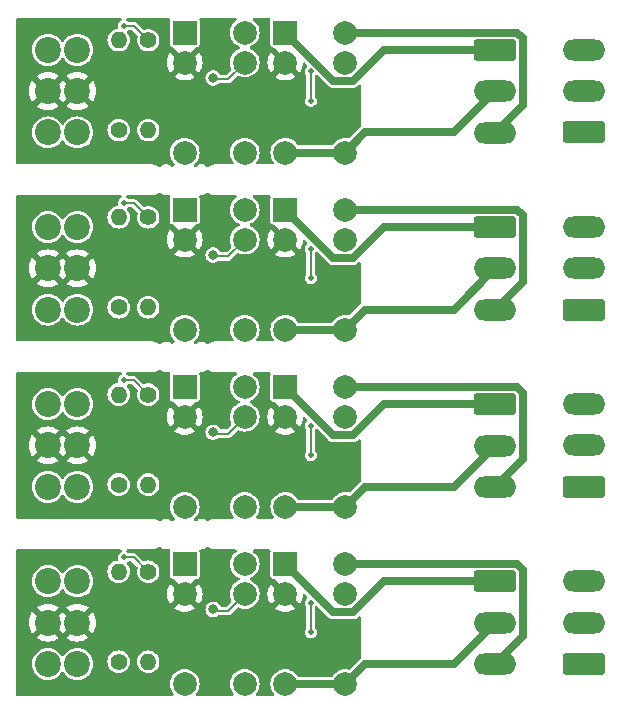
<source format=gbr>
%TF.GenerationSoftware,KiCad,Pcbnew,8.0.5*%
%TF.CreationDate,2025-06-13T11:47:53+02:00*%
%TF.ProjectId,doubleRelayExtensionTHT,646f7562-6c65-4526-956c-617945787465,rev?*%
%TF.SameCoordinates,Original*%
%TF.FileFunction,Copper,L1,Top*%
%TF.FilePolarity,Positive*%
%FSLAX46Y46*%
G04 Gerber Fmt 4.6, Leading zero omitted, Abs format (unit mm)*
G04 Created by KiCad (PCBNEW 8.0.5) date 2025-06-13 11:47:53*
%MOMM*%
%LPD*%
G01*
G04 APERTURE LIST*
G04 Aperture macros list*
%AMRoundRect*
0 Rectangle with rounded corners*
0 $1 Rounding radius*
0 $2 $3 $4 $5 $6 $7 $8 $9 X,Y pos of 4 corners*
0 Add a 4 corners polygon primitive as box body*
4,1,4,$2,$3,$4,$5,$6,$7,$8,$9,$2,$3,0*
0 Add four circle primitives for the rounded corners*
1,1,$1+$1,$2,$3*
1,1,$1+$1,$4,$5*
1,1,$1+$1,$6,$7*
1,1,$1+$1,$8,$9*
0 Add four rect primitives between the rounded corners*
20,1,$1+$1,$2,$3,$4,$5,0*
20,1,$1+$1,$4,$5,$6,$7,0*
20,1,$1+$1,$6,$7,$8,$9,0*
20,1,$1+$1,$8,$9,$2,$3,0*%
G04 Aperture macros list end*
%TA.AperFunction,ComponentPad*%
%ADD10RoundRect,0.250000X1.550000X-0.650000X1.550000X0.650000X-1.550000X0.650000X-1.550000X-0.650000X0*%
%TD*%
%TA.AperFunction,ComponentPad*%
%ADD11O,3.600000X1.800000*%
%TD*%
%TA.AperFunction,ComponentPad*%
%ADD12C,1.400000*%
%TD*%
%TA.AperFunction,ComponentPad*%
%ADD13O,1.400000X1.400000*%
%TD*%
%TA.AperFunction,ComponentPad*%
%ADD14R,2.000000X2.000000*%
%TD*%
%TA.AperFunction,ComponentPad*%
%ADD15C,2.000000*%
%TD*%
%TA.AperFunction,ComponentPad*%
%ADD16C,2.200000*%
%TD*%
%TA.AperFunction,ComponentPad*%
%ADD17RoundRect,0.250000X-1.550000X0.650000X-1.550000X-0.650000X1.550000X-0.650000X1.550000X0.650000X0*%
%TD*%
%TA.AperFunction,ViaPad*%
%ADD18C,0.500000*%
%TD*%
%TA.AperFunction,ViaPad*%
%ADD19C,0.800000*%
%TD*%
%TA.AperFunction,Conductor*%
%ADD20C,0.200000*%
%TD*%
%TA.AperFunction,Conductor*%
%ADD21C,0.700000*%
%TD*%
G04 APERTURE END LIST*
D10*
%TO.P,J11,1,Pin_1*%
%TO.N,Net-(J11-Pin_1)*%
X151357500Y-97500000D03*
D11*
%TO.P,J11,2,Pin_2*%
%TO.N,Net-(J11-Pin_2)*%
X151357500Y-94000000D03*
%TO.P,J11,3,Pin_3*%
%TO.N,Net-(J11-Pin_3)*%
X151357500Y-90500000D03*
%TD*%
D12*
%TO.P,R202,1*%
%TO.N,/relay1/Coil1*%
X114500000Y-59690000D03*
D13*
%TO.P,R202,2*%
%TO.N,Net-(JP202-B)*%
X114500000Y-67310000D03*
%TD*%
D14*
%TO.P,K401,1*%
%TO.N,Net-(J8-Pin_1)*%
X117592500Y-74042500D03*
D15*
%TO.P,K401,2*%
%TO.N,+12V*%
X117592500Y-76582500D03*
%TO.P,K401,5*%
%TO.N,Net-(J8-Pin_2)*%
X117592500Y-84202500D03*
%TO.P,K401,6*%
X122672500Y-84202500D03*
%TO.P,K401,9*%
%TO.N,Net-(JP401-B)*%
X122672500Y-76582500D03*
%TO.P,K401,10*%
%TO.N,Net-(J8-Pin_3)*%
X122672500Y-74042500D03*
%TD*%
D14*
%TO.P,K501,1*%
%TO.N,Net-(J11-Pin_1)*%
X117592500Y-89042500D03*
D15*
%TO.P,K501,2*%
%TO.N,+12V*%
X117592500Y-91582500D03*
%TO.P,K501,5*%
%TO.N,Net-(J11-Pin_2)*%
X117592500Y-99202500D03*
%TO.P,K501,6*%
X122672500Y-99202500D03*
%TO.P,K501,9*%
%TO.N,Net-(JP501-B)*%
X122672500Y-91582500D03*
%TO.P,K501,10*%
%TO.N,Net-(J11-Pin_3)*%
X122672500Y-89042500D03*
%TD*%
D12*
%TO.P,R501,1*%
%TO.N,/relay4/Coil2*%
X112000000Y-97310000D03*
D13*
%TO.P,R501,2*%
%TO.N,Net-(JP501-B)*%
X112000000Y-89690000D03*
%TD*%
D14*
%TO.P,K302,1*%
%TO.N,Net-(J6-Pin_1)*%
X126092500Y-44042500D03*
D15*
%TO.P,K302,2*%
%TO.N,+12V*%
X126092500Y-46582500D03*
%TO.P,K302,5*%
%TO.N,Net-(J6-Pin_2)*%
X126092500Y-54202500D03*
%TO.P,K302,6*%
X131172500Y-54202500D03*
%TO.P,K302,9*%
%TO.N,Net-(JP302-B)*%
X131172500Y-46582500D03*
%TO.P,K302,10*%
%TO.N,Net-(J6-Pin_3)*%
X131172500Y-44042500D03*
%TD*%
D16*
%TO.P,J2,1,Pin_1*%
%TO.N,/relay2/Coil2*%
X108500000Y-52500000D03*
X106000000Y-52500000D03*
%TO.P,J2,2,Pin_2*%
%TO.N,+12V*%
X108500000Y-49000000D03*
X106000000Y-49000000D03*
%TO.P,J2,3,Pin_3*%
%TO.N,/relay2/Coil1*%
X108500000Y-45500000D03*
X106000000Y-45500000D03*
%TD*%
D12*
%TO.P,R502,1*%
%TO.N,/relay4/Coil1*%
X114500000Y-89690000D03*
D13*
%TO.P,R502,2*%
%TO.N,Net-(JP502-B)*%
X114500000Y-97310000D03*
%TD*%
D14*
%TO.P,K201,1*%
%TO.N,Net-(J4-Pin_1)*%
X117592500Y-59042500D03*
D15*
%TO.P,K201,2*%
%TO.N,+12V*%
X117592500Y-61582500D03*
%TO.P,K201,5*%
%TO.N,Net-(J4-Pin_2)*%
X117592500Y-69202500D03*
%TO.P,K201,6*%
X122672500Y-69202500D03*
%TO.P,K201,9*%
%TO.N,Net-(JP201-B)*%
X122672500Y-61582500D03*
%TO.P,K201,10*%
%TO.N,Net-(J4-Pin_3)*%
X122672500Y-59042500D03*
%TD*%
D16*
%TO.P,J7,1,Pin_1*%
%TO.N,/relay3/Coil2*%
X108500000Y-82500000D03*
X106000000Y-82500000D03*
%TO.P,J7,2,Pin_2*%
%TO.N,+12V*%
X108500000Y-79000000D03*
X106000000Y-79000000D03*
%TO.P,J7,3,Pin_3*%
%TO.N,/relay3/Coil1*%
X108500000Y-75500000D03*
X106000000Y-75500000D03*
%TD*%
D10*
%TO.P,J4,1,Pin_1*%
%TO.N,Net-(J4-Pin_1)*%
X151357500Y-67500000D03*
D11*
%TO.P,J4,2,Pin_2*%
%TO.N,Net-(J4-Pin_2)*%
X151357500Y-64000000D03*
%TO.P,J4,3,Pin_3*%
%TO.N,Net-(J4-Pin_3)*%
X151357500Y-60500000D03*
%TD*%
D14*
%TO.P,K301,1*%
%TO.N,Net-(J3-Pin_1)*%
X117592500Y-44042500D03*
D15*
%TO.P,K301,2*%
%TO.N,+12V*%
X117592500Y-46582500D03*
%TO.P,K301,5*%
%TO.N,Net-(J3-Pin_2)*%
X117592500Y-54202500D03*
%TO.P,K301,6*%
X122672500Y-54202500D03*
%TO.P,K301,9*%
%TO.N,Net-(JP301-B)*%
X122672500Y-46582500D03*
%TO.P,K301,10*%
%TO.N,Net-(J3-Pin_3)*%
X122672500Y-44042500D03*
%TD*%
D10*
%TO.P,J8,1,Pin_1*%
%TO.N,Net-(J8-Pin_1)*%
X151357500Y-82500000D03*
D11*
%TO.P,J8,2,Pin_2*%
%TO.N,Net-(J8-Pin_2)*%
X151357500Y-79000000D03*
%TO.P,J8,3,Pin_3*%
%TO.N,Net-(J8-Pin_3)*%
X151357500Y-75500000D03*
%TD*%
D12*
%TO.P,R301,1*%
%TO.N,/relay2/Coil2*%
X112000000Y-52310000D03*
D13*
%TO.P,R301,2*%
%TO.N,Net-(JP301-B)*%
X112000000Y-44690000D03*
%TD*%
D16*
%TO.P,J10,1,Pin_1*%
%TO.N,/relay4/Coil2*%
X108500000Y-97500000D03*
X106000000Y-97500000D03*
%TO.P,J10,2,Pin_2*%
%TO.N,+12V*%
X108500000Y-94000000D03*
X106000000Y-94000000D03*
%TO.P,J10,3,Pin_3*%
%TO.N,/relay4/Coil1*%
X108500000Y-90500000D03*
X106000000Y-90500000D03*
%TD*%
D17*
%TO.P,J9,1,Pin_1*%
%TO.N,Net-(J9-Pin_1)*%
X143857500Y-75517500D03*
D11*
%TO.P,J9,2,Pin_2*%
%TO.N,Net-(J9-Pin_2)*%
X143857500Y-79017500D03*
%TO.P,J9,3,Pin_3*%
%TO.N,Net-(J9-Pin_3)*%
X143857500Y-82517500D03*
%TD*%
D12*
%TO.P,R302,1*%
%TO.N,/relay2/Coil1*%
X114500000Y-44690000D03*
D13*
%TO.P,R302,2*%
%TO.N,Net-(JP302-B)*%
X114500000Y-52310000D03*
%TD*%
D17*
%TO.P,J12,1,Pin_1*%
%TO.N,Net-(J12-Pin_1)*%
X143857500Y-90517500D03*
D11*
%TO.P,J12,2,Pin_2*%
%TO.N,Net-(J12-Pin_2)*%
X143857500Y-94017500D03*
%TO.P,J12,3,Pin_3*%
%TO.N,Net-(J12-Pin_3)*%
X143857500Y-97517500D03*
%TD*%
D14*
%TO.P,K502,1*%
%TO.N,Net-(J12-Pin_1)*%
X126092500Y-89042500D03*
D15*
%TO.P,K502,2*%
%TO.N,+12V*%
X126092500Y-91582500D03*
%TO.P,K502,5*%
%TO.N,Net-(J12-Pin_2)*%
X126092500Y-99202500D03*
%TO.P,K502,6*%
X131172500Y-99202500D03*
%TO.P,K502,9*%
%TO.N,Net-(JP502-B)*%
X131172500Y-91582500D03*
%TO.P,K502,10*%
%TO.N,Net-(J12-Pin_3)*%
X131172500Y-89042500D03*
%TD*%
D16*
%TO.P,J1,1,Pin_1*%
%TO.N,/relay1/Coil2*%
X108500000Y-67500000D03*
X106000000Y-67500000D03*
%TO.P,J1,2,Pin_2*%
%TO.N,+12V*%
X108500000Y-64000000D03*
X106000000Y-64000000D03*
%TO.P,J1,3,Pin_3*%
%TO.N,/relay1/Coil1*%
X108500000Y-60500000D03*
X106000000Y-60500000D03*
%TD*%
D17*
%TO.P,J6,1,Pin_1*%
%TO.N,Net-(J6-Pin_1)*%
X143857500Y-45517500D03*
D11*
%TO.P,J6,2,Pin_2*%
%TO.N,Net-(J6-Pin_2)*%
X143857500Y-49017500D03*
%TO.P,J6,3,Pin_3*%
%TO.N,Net-(J6-Pin_3)*%
X143857500Y-52517500D03*
%TD*%
D14*
%TO.P,K402,1*%
%TO.N,Net-(J9-Pin_1)*%
X126092500Y-74042500D03*
D15*
%TO.P,K402,2*%
%TO.N,+12V*%
X126092500Y-76582500D03*
%TO.P,K402,5*%
%TO.N,Net-(J9-Pin_2)*%
X126092500Y-84202500D03*
%TO.P,K402,6*%
X131172500Y-84202500D03*
%TO.P,K402,9*%
%TO.N,Net-(JP402-B)*%
X131172500Y-76582500D03*
%TO.P,K402,10*%
%TO.N,Net-(J9-Pin_3)*%
X131172500Y-74042500D03*
%TD*%
D12*
%TO.P,R401,1*%
%TO.N,/relay3/Coil2*%
X112000000Y-82310000D03*
D13*
%TO.P,R401,2*%
%TO.N,Net-(JP401-B)*%
X112000000Y-74690000D03*
%TD*%
D14*
%TO.P,K202,1*%
%TO.N,Net-(J5-Pin_1)*%
X126092500Y-59042500D03*
D15*
%TO.P,K202,2*%
%TO.N,+12V*%
X126092500Y-61582500D03*
%TO.P,K202,5*%
%TO.N,Net-(J5-Pin_2)*%
X126092500Y-69202500D03*
%TO.P,K202,6*%
X131172500Y-69202500D03*
%TO.P,K202,9*%
%TO.N,Net-(JP202-B)*%
X131172500Y-61582500D03*
%TO.P,K202,10*%
%TO.N,Net-(J5-Pin_3)*%
X131172500Y-59042500D03*
%TD*%
D12*
%TO.P,R402,1*%
%TO.N,/relay3/Coil1*%
X114500000Y-74690000D03*
D13*
%TO.P,R402,2*%
%TO.N,Net-(JP402-B)*%
X114500000Y-82310000D03*
%TD*%
D12*
%TO.P,R201,1*%
%TO.N,/relay1/Coil2*%
X112000000Y-67310000D03*
D13*
%TO.P,R201,2*%
%TO.N,Net-(JP201-B)*%
X112000000Y-59690000D03*
%TD*%
D17*
%TO.P,J5,1,Pin_1*%
%TO.N,Net-(J5-Pin_1)*%
X143857500Y-60517500D03*
D11*
%TO.P,J5,2,Pin_2*%
%TO.N,Net-(J5-Pin_2)*%
X143857500Y-64017500D03*
%TO.P,J5,3,Pin_3*%
%TO.N,Net-(J5-Pin_3)*%
X143857500Y-67517500D03*
%TD*%
D10*
%TO.P,J3,1,Pin_1*%
%TO.N,Net-(J3-Pin_1)*%
X151357500Y-52500000D03*
D11*
%TO.P,J3,2,Pin_2*%
%TO.N,Net-(J3-Pin_2)*%
X151357500Y-49000000D03*
%TO.P,J3,3,Pin_3*%
%TO.N,Net-(J3-Pin_3)*%
X151357500Y-45500000D03*
%TD*%
D18*
%TO.N,/relay1/Coil1*%
X112451710Y-58460471D03*
%TO.N,/relay2/Coil1*%
X112451710Y-43460471D03*
%TO.N,/relay3/Coil1*%
X112451710Y-73460471D03*
%TO.N,/relay4/Coil1*%
X112451710Y-88460471D03*
D19*
%TO.N,Net-(JP201-B)*%
X120000000Y-62882500D03*
D18*
%TO.N,Net-(JP202-B)*%
X128270000Y-64832500D03*
X128251130Y-62332500D03*
D19*
%TO.N,Net-(JP301-B)*%
X120000000Y-47882500D03*
D18*
%TO.N,Net-(JP302-B)*%
X128251130Y-47332500D03*
X128270000Y-49832500D03*
D19*
%TO.N,Net-(JP401-B)*%
X120000000Y-77882500D03*
D18*
%TO.N,Net-(JP402-B)*%
X128251130Y-77332500D03*
X128270000Y-79832500D03*
D19*
%TO.N,Net-(JP501-B)*%
X120000000Y-92882500D03*
D18*
%TO.N,Net-(JP502-B)*%
X128270000Y-94832500D03*
X128251130Y-92332500D03*
%TD*%
D20*
%TO.N,/relay1/Coil2*%
X111810000Y-67500000D02*
X112000000Y-67310000D01*
%TO.N,/relay1/Coil1*%
X114500000Y-59690000D02*
X113270471Y-58460471D01*
X113270471Y-58460471D02*
X112451710Y-58460471D01*
D21*
%TO.N,Net-(J5-Pin_2)*%
X131172500Y-69202500D02*
X126092500Y-69202500D01*
X143857500Y-64017500D02*
X140375000Y-67500000D01*
X140375000Y-67500000D02*
X132875000Y-67500000D01*
X132875000Y-67500000D02*
X131172500Y-69202500D01*
%TO.N,Net-(J5-Pin_1)*%
X130182500Y-63132500D02*
X126092500Y-59042500D01*
X134429532Y-60517500D02*
X131814532Y-63132500D01*
X131814532Y-63132500D02*
X130182500Y-63132500D01*
X143857500Y-60517500D02*
X134429532Y-60517500D01*
%TO.N,Net-(J5-Pin_3)*%
X146207500Y-59529202D02*
X145720798Y-59042500D01*
X143857500Y-67517500D02*
X146207500Y-65167500D01*
X145720798Y-59042500D02*
X131172500Y-59042500D01*
X146207500Y-65167500D02*
X146207500Y-59529202D01*
D20*
%TO.N,/relay2/Coil2*%
X111810000Y-52500000D02*
X112000000Y-52310000D01*
%TO.N,/relay2/Coil1*%
X114500000Y-44690000D02*
X113270471Y-43460471D01*
X113270471Y-43460471D02*
X112451710Y-43460471D01*
D21*
%TO.N,Net-(J6-Pin_1)*%
X131814532Y-48132500D02*
X130182500Y-48132500D01*
X143857500Y-45517500D02*
X134429532Y-45517500D01*
X130182500Y-48132500D02*
X126092500Y-44042500D01*
X134429532Y-45517500D02*
X131814532Y-48132500D01*
%TO.N,Net-(J6-Pin_3)*%
X146207500Y-44529202D02*
X145720798Y-44042500D01*
X143857500Y-52517500D02*
X146207500Y-50167500D01*
X146207500Y-50167500D02*
X146207500Y-44529202D01*
X145720798Y-44042500D02*
X131172500Y-44042500D01*
%TO.N,Net-(J6-Pin_2)*%
X131172500Y-54202500D02*
X126092500Y-54202500D01*
X143857500Y-49017500D02*
X140375000Y-52500000D01*
X140375000Y-52500000D02*
X132875000Y-52500000D01*
X132875000Y-52500000D02*
X131172500Y-54202500D01*
D20*
%TO.N,/relay3/Coil1*%
X114500000Y-74690000D02*
X113270471Y-73460471D01*
X113270471Y-73460471D02*
X112451710Y-73460471D01*
%TO.N,/relay3/Coil2*%
X111810000Y-82500000D02*
X112000000Y-82310000D01*
D21*
%TO.N,Net-(J9-Pin_2)*%
X140375000Y-82500000D02*
X132875000Y-82500000D01*
X143857500Y-79017500D02*
X140375000Y-82500000D01*
X131172500Y-84202500D02*
X126092500Y-84202500D01*
X132875000Y-82500000D02*
X131172500Y-84202500D01*
%TO.N,Net-(J9-Pin_1)*%
X143857500Y-75517500D02*
X134429532Y-75517500D01*
X131814532Y-78132500D02*
X130182500Y-78132500D01*
X134429532Y-75517500D02*
X131814532Y-78132500D01*
X130182500Y-78132500D02*
X126092500Y-74042500D01*
%TO.N,Net-(J9-Pin_3)*%
X146207500Y-74529202D02*
X145720798Y-74042500D01*
X143857500Y-82517500D02*
X146207500Y-80167500D01*
X146207500Y-80167500D02*
X146207500Y-74529202D01*
X145720798Y-74042500D02*
X131172500Y-74042500D01*
D20*
%TO.N,/relay4/Coil1*%
X113270471Y-88460471D02*
X112451710Y-88460471D01*
X114500000Y-89690000D02*
X113270471Y-88460471D01*
%TO.N,/relay4/Coil2*%
X111810000Y-97500000D02*
X112000000Y-97310000D01*
D21*
%TO.N,Net-(J12-Pin_2)*%
X131172500Y-99202500D02*
X126092500Y-99202500D01*
X132875000Y-97500000D02*
X131172500Y-99202500D01*
X140375000Y-97500000D02*
X132875000Y-97500000D01*
X143857500Y-94017500D02*
X140375000Y-97500000D01*
%TO.N,Net-(J12-Pin_1)*%
X130182500Y-93132500D02*
X126092500Y-89042500D01*
X143857500Y-90517500D02*
X134429532Y-90517500D01*
X131814532Y-93132500D02*
X130182500Y-93132500D01*
X134429532Y-90517500D02*
X131814532Y-93132500D01*
%TO.N,Net-(J12-Pin_3)*%
X146207500Y-95167500D02*
X146207500Y-89529202D01*
X146207500Y-89529202D02*
X145720798Y-89042500D01*
X145720798Y-89042500D02*
X131172500Y-89042500D01*
X143857500Y-97517500D02*
X146207500Y-95167500D01*
D20*
%TO.N,Net-(JP201-B)*%
X120117500Y-63000000D02*
X121255000Y-63000000D01*
X121255000Y-63000000D02*
X122672500Y-61582500D01*
X120000000Y-62882500D02*
X120117500Y-63000000D01*
%TO.N,Net-(JP202-B)*%
X128251130Y-62332500D02*
X128251130Y-64813630D01*
X128251130Y-64813630D02*
X128270000Y-64832500D01*
%TO.N,Net-(JP301-B)*%
X120000000Y-47882500D02*
X120117500Y-48000000D01*
X120117500Y-48000000D02*
X121255000Y-48000000D01*
X121255000Y-48000000D02*
X122672500Y-46582500D01*
%TO.N,Net-(JP302-B)*%
X128251130Y-47332500D02*
X128251130Y-49813630D01*
X128251130Y-49813630D02*
X128270000Y-49832500D01*
%TO.N,Net-(JP401-B)*%
X120000000Y-77882500D02*
X120117500Y-78000000D01*
X121255000Y-78000000D02*
X122672500Y-76582500D01*
X120117500Y-78000000D02*
X121255000Y-78000000D01*
%TO.N,Net-(JP402-B)*%
X128251130Y-79813630D02*
X128270000Y-79832500D01*
X128251130Y-77332500D02*
X128251130Y-79813630D01*
%TO.N,Net-(JP501-B)*%
X120000000Y-92882500D02*
X120117500Y-93000000D01*
X120117500Y-93000000D02*
X121255000Y-93000000D01*
X121255000Y-93000000D02*
X122672500Y-91582500D01*
%TO.N,Net-(JP502-B)*%
X128251130Y-94813630D02*
X128270000Y-94832500D01*
X128251130Y-92332500D02*
X128251130Y-94813630D01*
%TD*%
%TA.AperFunction,Conductor*%
%TO.N,+12V*%
G36*
X115578729Y-87612660D02*
G01*
X115602422Y-87636161D01*
X115607379Y-87642622D01*
X115700668Y-87714204D01*
X115722375Y-87730861D01*
X115856291Y-87786330D01*
X115966914Y-87800894D01*
X115999999Y-87805250D01*
X116000000Y-87805250D01*
X116000001Y-87805250D01*
X116014977Y-87803278D01*
X116143709Y-87786330D01*
X116206692Y-87760242D01*
X116276161Y-87752773D01*
X116338640Y-87784048D01*
X116374292Y-87844137D01*
X116371798Y-87913963D01*
X116357248Y-87943692D01*
X116356533Y-87944761D01*
X116356532Y-87944764D01*
X116342000Y-88017821D01*
X116342000Y-90067178D01*
X116356532Y-90140235D01*
X116356533Y-90140239D01*
X116356534Y-90140240D01*
X116411899Y-90223101D01*
X116473987Y-90264586D01*
X116494760Y-90278466D01*
X116494764Y-90278467D01*
X116567821Y-90292999D01*
X116567824Y-90293000D01*
X116605190Y-90293000D01*
X116672229Y-90312685D01*
X116692871Y-90329319D01*
X117463090Y-91099537D01*
X117399507Y-91116575D01*
X117285493Y-91182401D01*
X117192401Y-91275493D01*
X117126575Y-91389507D01*
X117109537Y-91453089D01*
X116369064Y-90712616D01*
X116268767Y-90866132D01*
X116168912Y-91093782D01*
X116107887Y-91334761D01*
X116107885Y-91334770D01*
X116087359Y-91582494D01*
X116087359Y-91582505D01*
X116107885Y-91830229D01*
X116107887Y-91830238D01*
X116168912Y-92071217D01*
X116268766Y-92298864D01*
X116369064Y-92452382D01*
X117109537Y-91711909D01*
X117126575Y-91775493D01*
X117192401Y-91889507D01*
X117285493Y-91982599D01*
X117399507Y-92048425D01*
X117463090Y-92065462D01*
X116722442Y-92806109D01*
X116769268Y-92842555D01*
X116769270Y-92842556D01*
X116987885Y-92960864D01*
X116987896Y-92960869D01*
X117223006Y-93041583D01*
X117468207Y-93082500D01*
X117716793Y-93082500D01*
X117961993Y-93041583D01*
X118197103Y-92960869D01*
X118197114Y-92960864D01*
X118415728Y-92842557D01*
X118415731Y-92842555D01*
X118462556Y-92806109D01*
X117721909Y-92065462D01*
X117785493Y-92048425D01*
X117899507Y-91982599D01*
X117992599Y-91889507D01*
X118058425Y-91775493D01*
X118075462Y-91711910D01*
X118815934Y-92452382D01*
X118916231Y-92298869D01*
X119016087Y-92071217D01*
X119077112Y-91830238D01*
X119077114Y-91830229D01*
X119097641Y-91582505D01*
X119097641Y-91582494D01*
X119077114Y-91334770D01*
X119077112Y-91334761D01*
X119016087Y-91093782D01*
X118916231Y-90866130D01*
X118815934Y-90712616D01*
X118075462Y-91453089D01*
X118058425Y-91389507D01*
X117992599Y-91275493D01*
X117899507Y-91182401D01*
X117785493Y-91116575D01*
X117721910Y-91099537D01*
X118492128Y-90329319D01*
X118553451Y-90295834D01*
X118579809Y-90293000D01*
X118617176Y-90293000D01*
X118617177Y-90292999D01*
X118690240Y-90278466D01*
X118773101Y-90223101D01*
X118828466Y-90140240D01*
X118843000Y-90067174D01*
X118843000Y-88017826D01*
X118843000Y-88017823D01*
X118829116Y-87948025D01*
X118835343Y-87878433D01*
X118878206Y-87823256D01*
X118944096Y-87800011D01*
X118966910Y-87800893D01*
X119000000Y-87805250D01*
X119143709Y-87786330D01*
X119277625Y-87730861D01*
X119392621Y-87642621D01*
X119397574Y-87636165D01*
X119454000Y-87594961D01*
X119523746Y-87590803D01*
X119554971Y-87602594D01*
X119725794Y-87695040D01*
X119725800Y-87695042D01*
X119725805Y-87695045D01*
X119929652Y-87765026D01*
X120142238Y-87800500D01*
X120210438Y-87800500D01*
X121872801Y-87800500D01*
X121939840Y-87820185D01*
X121985595Y-87872989D01*
X121995539Y-87942147D01*
X121966514Y-88005703D01*
X121943924Y-88026075D01*
X121865621Y-88080902D01*
X121710902Y-88235621D01*
X121585400Y-88414857D01*
X121585398Y-88414861D01*
X121492926Y-88613168D01*
X121492922Y-88613177D01*
X121436293Y-88824520D01*
X121436293Y-88824523D01*
X121435130Y-88837818D01*
X121417223Y-89042497D01*
X121417223Y-89042502D01*
X121436293Y-89260475D01*
X121436293Y-89260479D01*
X121492922Y-89471822D01*
X121492924Y-89471826D01*
X121492925Y-89471830D01*
X121539161Y-89570984D01*
X121585397Y-89670138D01*
X121585398Y-89670139D01*
X121710902Y-89849377D01*
X121865623Y-90004098D01*
X122044860Y-90129601D01*
X122044861Y-90129602D01*
X122196083Y-90200118D01*
X122248522Y-90246290D01*
X122267674Y-90313484D01*
X122247458Y-90380365D01*
X122196083Y-90424882D01*
X122044861Y-90495398D01*
X122044857Y-90495400D01*
X121865621Y-90620902D01*
X121710902Y-90775621D01*
X121585400Y-90954857D01*
X121585398Y-90954861D01*
X121492926Y-91153168D01*
X121492922Y-91153177D01*
X121436293Y-91364520D01*
X121436293Y-91364524D01*
X121417223Y-91582497D01*
X121417223Y-91582502D01*
X121436293Y-91800475D01*
X121436293Y-91800479D01*
X121492922Y-92011822D01*
X121492927Y-92011836D01*
X121537185Y-92106747D01*
X121547677Y-92175824D01*
X121519157Y-92239608D01*
X121512484Y-92246832D01*
X121146137Y-92613181D01*
X121084814Y-92646666D01*
X121058456Y-92649500D01*
X120692718Y-92649500D01*
X120625679Y-92629815D01*
X120582918Y-92583119D01*
X120580218Y-92577974D01*
X120556832Y-92544093D01*
X120490483Y-92447970D01*
X120372240Y-92343217D01*
X120372238Y-92343216D01*
X120372237Y-92343215D01*
X120232365Y-92269803D01*
X120078986Y-92232000D01*
X120078985Y-92232000D01*
X119921015Y-92232000D01*
X119921014Y-92232000D01*
X119767634Y-92269803D01*
X119627762Y-92343215D01*
X119509516Y-92447971D01*
X119419781Y-92577975D01*
X119419780Y-92577976D01*
X119363762Y-92725681D01*
X119344722Y-92882499D01*
X119344722Y-92882500D01*
X119363762Y-93039318D01*
X119388124Y-93103553D01*
X119419780Y-93187023D01*
X119509517Y-93317030D01*
X119627760Y-93421783D01*
X119627762Y-93421784D01*
X119767634Y-93495196D01*
X119921014Y-93533000D01*
X119921015Y-93533000D01*
X120078985Y-93533000D01*
X120232365Y-93495196D01*
X120372238Y-93421784D01*
X120372237Y-93421784D01*
X120372240Y-93421783D01*
X120396828Y-93400000D01*
X120417504Y-93381684D01*
X120480737Y-93351963D01*
X120499730Y-93350500D01*
X121301142Y-93350500D01*
X121301144Y-93350500D01*
X121390288Y-93326614D01*
X121406888Y-93317030D01*
X121406889Y-93317030D01*
X121470205Y-93280474D01*
X121470204Y-93280474D01*
X121470212Y-93280470D01*
X122008166Y-92742514D01*
X122069489Y-92709030D01*
X122139180Y-92714014D01*
X122148249Y-92717812D01*
X122243170Y-92762075D01*
X122454523Y-92818707D01*
X122637426Y-92834708D01*
X122672498Y-92837777D01*
X122672500Y-92837777D01*
X122672502Y-92837777D01*
X122700754Y-92835305D01*
X122890477Y-92818707D01*
X123101830Y-92762075D01*
X123300139Y-92669602D01*
X123479377Y-92544098D01*
X123634098Y-92389377D01*
X123759602Y-92210139D01*
X123852075Y-92011830D01*
X123908707Y-91800477D01*
X123925305Y-91610754D01*
X123927777Y-91582502D01*
X123927777Y-91582497D01*
X123922018Y-91516674D01*
X123908707Y-91364523D01*
X123863313Y-91195109D01*
X123852077Y-91153177D01*
X123852076Y-91153176D01*
X123852075Y-91153170D01*
X123759602Y-90954862D01*
X123759600Y-90954859D01*
X123759599Y-90954857D01*
X123634099Y-90775624D01*
X123571091Y-90712616D01*
X123479377Y-90620902D01*
X123300139Y-90495398D01*
X123148914Y-90424881D01*
X123096477Y-90378710D01*
X123077325Y-90311516D01*
X123097541Y-90244635D01*
X123148914Y-90200118D01*
X123300139Y-90129602D01*
X123479377Y-90004098D01*
X123634098Y-89849377D01*
X123759602Y-89670139D01*
X123852075Y-89471830D01*
X123908707Y-89260477D01*
X123927777Y-89042500D01*
X123908707Y-88824523D01*
X123852075Y-88613170D01*
X123759602Y-88414862D01*
X123759600Y-88414859D01*
X123759599Y-88414857D01*
X123634099Y-88235624D01*
X123578473Y-88179998D01*
X123479377Y-88080902D01*
X123401075Y-88026074D01*
X123357450Y-87971497D01*
X123350258Y-87901999D01*
X123381780Y-87839644D01*
X123442010Y-87804231D01*
X123472199Y-87800500D01*
X124734134Y-87800500D01*
X124801173Y-87820185D01*
X124846928Y-87872989D01*
X124856872Y-87942147D01*
X124855751Y-87948691D01*
X124842000Y-88017821D01*
X124842000Y-90067178D01*
X124856532Y-90140235D01*
X124856533Y-90140239D01*
X124856534Y-90140240D01*
X124911899Y-90223101D01*
X124973987Y-90264586D01*
X124994760Y-90278466D01*
X124994764Y-90278467D01*
X125067821Y-90292999D01*
X125067824Y-90293000D01*
X125067826Y-90293000D01*
X125105190Y-90293000D01*
X125172229Y-90312685D01*
X125192871Y-90329319D01*
X125963090Y-91099537D01*
X125899507Y-91116575D01*
X125785493Y-91182401D01*
X125692401Y-91275493D01*
X125626575Y-91389507D01*
X125609537Y-91453089D01*
X124869064Y-90712616D01*
X124768767Y-90866132D01*
X124668912Y-91093782D01*
X124607887Y-91334761D01*
X124607885Y-91334770D01*
X124587359Y-91582494D01*
X124587359Y-91582505D01*
X124607885Y-91830229D01*
X124607887Y-91830238D01*
X124668912Y-92071217D01*
X124768766Y-92298864D01*
X124869064Y-92452382D01*
X125609537Y-91711909D01*
X125626575Y-91775493D01*
X125692401Y-91889507D01*
X125785493Y-91982599D01*
X125899507Y-92048425D01*
X125963090Y-92065462D01*
X125222442Y-92806109D01*
X125269268Y-92842555D01*
X125269270Y-92842556D01*
X125487885Y-92960864D01*
X125487896Y-92960869D01*
X125723006Y-93041583D01*
X125968207Y-93082500D01*
X126216793Y-93082500D01*
X126461993Y-93041583D01*
X126697103Y-92960869D01*
X126697114Y-92960864D01*
X126915728Y-92842557D01*
X126915731Y-92842555D01*
X126962556Y-92806109D01*
X126221909Y-92065462D01*
X126285493Y-92048425D01*
X126399507Y-91982599D01*
X126492599Y-91889507D01*
X126558425Y-91775493D01*
X126575462Y-91711909D01*
X127315934Y-92452382D01*
X127416231Y-92298869D01*
X127516087Y-92071217D01*
X127577112Y-91830238D01*
X127577114Y-91830230D01*
X127589754Y-91677687D01*
X127614907Y-91612502D01*
X127671309Y-91571264D01*
X127741052Y-91567066D01*
X127801011Y-91600246D01*
X127951894Y-91751129D01*
X127985379Y-91812452D01*
X127980395Y-91882144D01*
X127938523Y-91938077D01*
X127931257Y-91943122D01*
X127920007Y-91950352D01*
X127920004Y-91950355D01*
X127825753Y-92059126D01*
X127825752Y-92059128D01*
X127765964Y-92190043D01*
X127745483Y-92332500D01*
X127765964Y-92474956D01*
X127797541Y-92544098D01*
X127825753Y-92605873D01*
X127870343Y-92657333D01*
X127899368Y-92720888D01*
X127900630Y-92738535D01*
X127900630Y-94448241D01*
X127880945Y-94515280D01*
X127870345Y-94529442D01*
X127844621Y-94559129D01*
X127784834Y-94690043D01*
X127764353Y-94832500D01*
X127784834Y-94974956D01*
X127844622Y-95105871D01*
X127844623Y-95105873D01*
X127938872Y-95214643D01*
X128059947Y-95292453D01*
X128059950Y-95292454D01*
X128059949Y-95292454D01*
X128198036Y-95332999D01*
X128198038Y-95333000D01*
X128198039Y-95333000D01*
X128341962Y-95333000D01*
X128341962Y-95332999D01*
X128459697Y-95298430D01*
X128480050Y-95292454D01*
X128480050Y-95292453D01*
X128480053Y-95292453D01*
X128601128Y-95214643D01*
X128695377Y-95105873D01*
X128755165Y-94974957D01*
X128775647Y-94832500D01*
X128755165Y-94690043D01*
X128695377Y-94559127D01*
X128695375Y-94559125D01*
X128695374Y-94559122D01*
X128631917Y-94485889D01*
X128602892Y-94422334D01*
X128601630Y-94404687D01*
X128601630Y-92738535D01*
X128621315Y-92671496D01*
X128631917Y-92657333D01*
X128649701Y-92636809D01*
X128708479Y-92599034D01*
X128778348Y-92599034D01*
X128831095Y-92630330D01*
X129697639Y-93496874D01*
X129697649Y-93496885D01*
X129701979Y-93501215D01*
X129701980Y-93501216D01*
X129813784Y-93613020D01*
X129813786Y-93613021D01*
X129813790Y-93613024D01*
X129950709Y-93692073D01*
X129950716Y-93692077D01*
X130062519Y-93722034D01*
X130103442Y-93733000D01*
X130103443Y-93733000D01*
X131727863Y-93733000D01*
X131727879Y-93733001D01*
X131735475Y-93733001D01*
X131893586Y-93733001D01*
X131893589Y-93733001D01*
X132046317Y-93692077D01*
X132096436Y-93663139D01*
X132183248Y-93613020D01*
X132288320Y-93507947D01*
X132349641Y-93474464D01*
X132419333Y-93479448D01*
X132475267Y-93521319D01*
X132499684Y-93586783D01*
X132500000Y-93595630D01*
X132500000Y-96974401D01*
X132480315Y-97041440D01*
X132463681Y-97062082D01*
X131574380Y-97951382D01*
X131513057Y-97984867D01*
X131454606Y-97983476D01*
X131390477Y-97966293D01*
X131172502Y-97947223D01*
X131172498Y-97947223D01*
X131027182Y-97959936D01*
X130954523Y-97966293D01*
X130954520Y-97966293D01*
X130743177Y-98022922D01*
X130743168Y-98022926D01*
X130544861Y-98115398D01*
X130544857Y-98115400D01*
X130365621Y-98240902D01*
X130210902Y-98395621D01*
X130103420Y-98549123D01*
X130048843Y-98592748D01*
X130001845Y-98602000D01*
X127263155Y-98602000D01*
X127196116Y-98582315D01*
X127161580Y-98549123D01*
X127054099Y-98395624D01*
X127029870Y-98371395D01*
X126899377Y-98240902D01*
X126720139Y-98115398D01*
X126720140Y-98115398D01*
X126720138Y-98115397D01*
X126600430Y-98059577D01*
X126521830Y-98022925D01*
X126521826Y-98022924D01*
X126521822Y-98022922D01*
X126310477Y-97966293D01*
X126092502Y-97947223D01*
X126092498Y-97947223D01*
X125947182Y-97959936D01*
X125874523Y-97966293D01*
X125874520Y-97966293D01*
X125663177Y-98022922D01*
X125663168Y-98022926D01*
X125464861Y-98115398D01*
X125464857Y-98115400D01*
X125285621Y-98240902D01*
X125130902Y-98395621D01*
X125005400Y-98574857D01*
X125005398Y-98574861D01*
X124912926Y-98773168D01*
X124912922Y-98773177D01*
X124856293Y-98984520D01*
X124856293Y-98984524D01*
X124837223Y-99202497D01*
X124837223Y-99202502D01*
X124856293Y-99420475D01*
X124856293Y-99420479D01*
X124912922Y-99631822D01*
X124912924Y-99631826D01*
X124912925Y-99631830D01*
X125005398Y-99830139D01*
X125127401Y-100004378D01*
X125149728Y-100070582D01*
X125132718Y-100138350D01*
X125081770Y-100186163D01*
X125025826Y-100199500D01*
X123739174Y-100199500D01*
X123672135Y-100179815D01*
X123626380Y-100127011D01*
X123616436Y-100057853D01*
X123637598Y-100004378D01*
X123759602Y-99830139D01*
X123852075Y-99631830D01*
X123908707Y-99420477D01*
X123927777Y-99202500D01*
X123908707Y-98984523D01*
X123852272Y-98773905D01*
X123852077Y-98773177D01*
X123852076Y-98773176D01*
X123852075Y-98773170D01*
X123759602Y-98574862D01*
X123759600Y-98574859D01*
X123759599Y-98574857D01*
X123634099Y-98395624D01*
X123609870Y-98371395D01*
X123479377Y-98240902D01*
X123300139Y-98115398D01*
X123300140Y-98115398D01*
X123300138Y-98115397D01*
X123180430Y-98059577D01*
X123101830Y-98022925D01*
X123101826Y-98022924D01*
X123101822Y-98022922D01*
X122890477Y-97966293D01*
X122672502Y-97947223D01*
X122672498Y-97947223D01*
X122527182Y-97959936D01*
X122454523Y-97966293D01*
X122454520Y-97966293D01*
X122243177Y-98022922D01*
X122243168Y-98022926D01*
X122044861Y-98115398D01*
X122044857Y-98115400D01*
X121865621Y-98240902D01*
X121710902Y-98395621D01*
X121585400Y-98574857D01*
X121585398Y-98574861D01*
X121492926Y-98773168D01*
X121492922Y-98773177D01*
X121436293Y-98984520D01*
X121436293Y-98984524D01*
X121417223Y-99202497D01*
X121417223Y-99202502D01*
X121436293Y-99420475D01*
X121436293Y-99420479D01*
X121492922Y-99631822D01*
X121492924Y-99631826D01*
X121492925Y-99631830D01*
X121585398Y-99830139D01*
X121707401Y-100004378D01*
X121729728Y-100070582D01*
X121712718Y-100138350D01*
X121661770Y-100186163D01*
X121605826Y-100199500D01*
X118659174Y-100199500D01*
X118592135Y-100179815D01*
X118546380Y-100127011D01*
X118536436Y-100057853D01*
X118557598Y-100004378D01*
X118679602Y-99830139D01*
X118772075Y-99631830D01*
X118828707Y-99420477D01*
X118847777Y-99202500D01*
X118828707Y-98984523D01*
X118772272Y-98773905D01*
X118772077Y-98773177D01*
X118772076Y-98773176D01*
X118772075Y-98773170D01*
X118679602Y-98574862D01*
X118679600Y-98574859D01*
X118679599Y-98574857D01*
X118554099Y-98395624D01*
X118529870Y-98371395D01*
X118399377Y-98240902D01*
X118220139Y-98115398D01*
X118220140Y-98115398D01*
X118220138Y-98115397D01*
X118100430Y-98059577D01*
X118021830Y-98022925D01*
X118021826Y-98022924D01*
X118021822Y-98022922D01*
X117810477Y-97966293D01*
X117592502Y-97947223D01*
X117592498Y-97947223D01*
X117447182Y-97959936D01*
X117374523Y-97966293D01*
X117374520Y-97966293D01*
X117163177Y-98022922D01*
X117163168Y-98022926D01*
X116964861Y-98115398D01*
X116964857Y-98115400D01*
X116785621Y-98240902D01*
X116630902Y-98395621D01*
X116505400Y-98574857D01*
X116505398Y-98574861D01*
X116412926Y-98773168D01*
X116412922Y-98773177D01*
X116356293Y-98984520D01*
X116356293Y-98984524D01*
X116337223Y-99202497D01*
X116337223Y-99202502D01*
X116356293Y-99420475D01*
X116356293Y-99420479D01*
X116412922Y-99631822D01*
X116412924Y-99631826D01*
X116412925Y-99631830D01*
X116505398Y-99830139D01*
X116627401Y-100004378D01*
X116649728Y-100070582D01*
X116632718Y-100138350D01*
X116581770Y-100186163D01*
X116525826Y-100199500D01*
X103424500Y-100199500D01*
X103357461Y-100179815D01*
X103311706Y-100127011D01*
X103300500Y-100075500D01*
X103300500Y-97499999D01*
X104644341Y-97499999D01*
X104644341Y-97500000D01*
X104664936Y-97735403D01*
X104664938Y-97735413D01*
X104726094Y-97963655D01*
X104726096Y-97963659D01*
X104726097Y-97963663D01*
X104796853Y-98115400D01*
X104825965Y-98177830D01*
X104825967Y-98177834D01*
X104887071Y-98265099D01*
X104961505Y-98371401D01*
X105128599Y-98538495D01*
X105206080Y-98592748D01*
X105322165Y-98674032D01*
X105322167Y-98674033D01*
X105322170Y-98674035D01*
X105536337Y-98773903D01*
X105764592Y-98835063D01*
X105949503Y-98851241D01*
X105999999Y-98855659D01*
X106000000Y-98855659D01*
X106000001Y-98855659D01*
X106050497Y-98851241D01*
X106235408Y-98835063D01*
X106463663Y-98773903D01*
X106677830Y-98674035D01*
X106871401Y-98538495D01*
X107038495Y-98371401D01*
X107148425Y-98214405D01*
X107203002Y-98170780D01*
X107272500Y-98163586D01*
X107334855Y-98195109D01*
X107351575Y-98214405D01*
X107461500Y-98371395D01*
X107461505Y-98371401D01*
X107628599Y-98538495D01*
X107706080Y-98592748D01*
X107822165Y-98674032D01*
X107822167Y-98674033D01*
X107822170Y-98674035D01*
X108036337Y-98773903D01*
X108264592Y-98835063D01*
X108449503Y-98851241D01*
X108499999Y-98855659D01*
X108500000Y-98855659D01*
X108500001Y-98855659D01*
X108550497Y-98851241D01*
X108735408Y-98835063D01*
X108963663Y-98773903D01*
X109177830Y-98674035D01*
X109371401Y-98538495D01*
X109538495Y-98371401D01*
X109674035Y-98177830D01*
X109773903Y-97963663D01*
X109835063Y-97735408D01*
X109855659Y-97500000D01*
X109839036Y-97310000D01*
X111044901Y-97310000D01*
X111063252Y-97496331D01*
X111063253Y-97496333D01*
X111117604Y-97675502D01*
X111205862Y-97840623D01*
X111205864Y-97840626D01*
X111324642Y-97985357D01*
X111469373Y-98104135D01*
X111469376Y-98104137D01*
X111607255Y-98177834D01*
X111634499Y-98192396D01*
X111794401Y-98240902D01*
X111813666Y-98246746D01*
X111813668Y-98246747D01*
X111830374Y-98248392D01*
X112000000Y-98265099D01*
X112186331Y-98246747D01*
X112365501Y-98192396D01*
X112530625Y-98104136D01*
X112675357Y-97985357D01*
X112794136Y-97840625D01*
X112882396Y-97675501D01*
X112936747Y-97496331D01*
X112955099Y-97310000D01*
X113544901Y-97310000D01*
X113563252Y-97496331D01*
X113563253Y-97496333D01*
X113617604Y-97675502D01*
X113705862Y-97840623D01*
X113705864Y-97840626D01*
X113824642Y-97985357D01*
X113969373Y-98104135D01*
X113969376Y-98104137D01*
X114107255Y-98177834D01*
X114134499Y-98192396D01*
X114294401Y-98240902D01*
X114313666Y-98246746D01*
X114313668Y-98246747D01*
X114330374Y-98248392D01*
X114500000Y-98265099D01*
X114686331Y-98246747D01*
X114865501Y-98192396D01*
X115030625Y-98104136D01*
X115175357Y-97985357D01*
X115294136Y-97840625D01*
X115382396Y-97675501D01*
X115436747Y-97496331D01*
X115455099Y-97310000D01*
X115436747Y-97123669D01*
X115382396Y-96944499D01*
X115317010Y-96822169D01*
X115294137Y-96779376D01*
X115294135Y-96779373D01*
X115175357Y-96634642D01*
X115030626Y-96515864D01*
X115030623Y-96515862D01*
X114865502Y-96427604D01*
X114686333Y-96373253D01*
X114686331Y-96373252D01*
X114500000Y-96354901D01*
X114313668Y-96373252D01*
X114313666Y-96373253D01*
X114134497Y-96427604D01*
X113969376Y-96515862D01*
X113969373Y-96515864D01*
X113824642Y-96634642D01*
X113705864Y-96779373D01*
X113705862Y-96779376D01*
X113617604Y-96944497D01*
X113563253Y-97123666D01*
X113563252Y-97123668D01*
X113544901Y-97310000D01*
X112955099Y-97310000D01*
X112936747Y-97123669D01*
X112882396Y-96944499D01*
X112817010Y-96822169D01*
X112794137Y-96779376D01*
X112794135Y-96779373D01*
X112675357Y-96634642D01*
X112530626Y-96515864D01*
X112530623Y-96515862D01*
X112365502Y-96427604D01*
X112186333Y-96373253D01*
X112186331Y-96373252D01*
X112000000Y-96354901D01*
X111813668Y-96373252D01*
X111813666Y-96373253D01*
X111634497Y-96427604D01*
X111469376Y-96515862D01*
X111469373Y-96515864D01*
X111324642Y-96634642D01*
X111205864Y-96779373D01*
X111205862Y-96779376D01*
X111117604Y-96944497D01*
X111063253Y-97123666D01*
X111063252Y-97123668D01*
X111044901Y-97310000D01*
X109839036Y-97310000D01*
X109835063Y-97264592D01*
X109773903Y-97036337D01*
X109674035Y-96822171D01*
X109661936Y-96804891D01*
X109538494Y-96628597D01*
X109371402Y-96461506D01*
X109371395Y-96461501D01*
X109177834Y-96325967D01*
X109177830Y-96325965D01*
X109177828Y-96325964D01*
X108963663Y-96226097D01*
X108963659Y-96226096D01*
X108963655Y-96226094D01*
X108735413Y-96164938D01*
X108735403Y-96164936D01*
X108500001Y-96144341D01*
X108499999Y-96144341D01*
X108264596Y-96164936D01*
X108264586Y-96164938D01*
X108036344Y-96226094D01*
X108036335Y-96226098D01*
X107822171Y-96325964D01*
X107822169Y-96325965D01*
X107628597Y-96461505D01*
X107461505Y-96628597D01*
X107351575Y-96785595D01*
X107296998Y-96829220D01*
X107227500Y-96836414D01*
X107165145Y-96804891D01*
X107148425Y-96785595D01*
X107038494Y-96628597D01*
X106871402Y-96461506D01*
X106871395Y-96461501D01*
X106677834Y-96325967D01*
X106677830Y-96325965D01*
X106677828Y-96325964D01*
X106463663Y-96226097D01*
X106463659Y-96226096D01*
X106463655Y-96226094D01*
X106235413Y-96164938D01*
X106235403Y-96164936D01*
X106000001Y-96144341D01*
X105999999Y-96144341D01*
X105764596Y-96164936D01*
X105764586Y-96164938D01*
X105536344Y-96226094D01*
X105536335Y-96226098D01*
X105322171Y-96325964D01*
X105322169Y-96325965D01*
X105128597Y-96461505D01*
X104961505Y-96628597D01*
X104825965Y-96822169D01*
X104825964Y-96822171D01*
X104726098Y-97036335D01*
X104726094Y-97036344D01*
X104664938Y-97264586D01*
X104664936Y-97264596D01*
X104644341Y-97499999D01*
X103300500Y-97499999D01*
X103300500Y-94000000D01*
X104395052Y-94000000D01*
X104414812Y-94251072D01*
X104473603Y-94495956D01*
X104569980Y-94728631D01*
X104701568Y-94943362D01*
X104702266Y-94944179D01*
X105435387Y-94211059D01*
X105440889Y-94231591D01*
X105519881Y-94368408D01*
X105631592Y-94480119D01*
X105768409Y-94559111D01*
X105788940Y-94564612D01*
X105055819Y-95297732D01*
X105055819Y-95297733D01*
X105056634Y-95298429D01*
X105271368Y-95430019D01*
X105504043Y-95526396D01*
X105748927Y-95585187D01*
X106000000Y-95604947D01*
X106251072Y-95585187D01*
X106495956Y-95526396D01*
X106728631Y-95430019D01*
X106943361Y-95298432D01*
X106943363Y-95298430D01*
X106944180Y-95297732D01*
X106211059Y-94564612D01*
X106231591Y-94559111D01*
X106368408Y-94480119D01*
X106480119Y-94368408D01*
X106559111Y-94231591D01*
X106564612Y-94211059D01*
X107250000Y-94896447D01*
X107935387Y-94211059D01*
X107940889Y-94231591D01*
X108019881Y-94368408D01*
X108131592Y-94480119D01*
X108268409Y-94559111D01*
X108288940Y-94564612D01*
X107555819Y-95297732D01*
X107555819Y-95297733D01*
X107556634Y-95298429D01*
X107771368Y-95430019D01*
X108004043Y-95526396D01*
X108248927Y-95585187D01*
X108500000Y-95604947D01*
X108751072Y-95585187D01*
X108995956Y-95526396D01*
X109228631Y-95430019D01*
X109443361Y-95298432D01*
X109443363Y-95298430D01*
X109444180Y-95297732D01*
X108711059Y-94564612D01*
X108731591Y-94559111D01*
X108868408Y-94480119D01*
X108980119Y-94368408D01*
X109059111Y-94231591D01*
X109064612Y-94211060D01*
X109797732Y-94944180D01*
X109798430Y-94943363D01*
X109798432Y-94943361D01*
X109930019Y-94728631D01*
X110026396Y-94495956D01*
X110085187Y-94251072D01*
X110104947Y-94000000D01*
X110085187Y-93748927D01*
X110026396Y-93504043D01*
X109930019Y-93271368D01*
X109798429Y-93056634D01*
X109797733Y-93055819D01*
X109797732Y-93055819D01*
X109064612Y-93788939D01*
X109059111Y-93768409D01*
X108980119Y-93631592D01*
X108868408Y-93519881D01*
X108731591Y-93440889D01*
X108711059Y-93435387D01*
X109444179Y-92702266D01*
X109443362Y-92701568D01*
X109228631Y-92569980D01*
X108995956Y-92473603D01*
X108751072Y-92414812D01*
X108500000Y-92395052D01*
X108248927Y-92414812D01*
X108004043Y-92473603D01*
X107771368Y-92569980D01*
X107556637Y-92701567D01*
X107555819Y-92702266D01*
X108288940Y-93435387D01*
X108268409Y-93440889D01*
X108131592Y-93519881D01*
X108019881Y-93631592D01*
X107940889Y-93768409D01*
X107935387Y-93788940D01*
X107250000Y-93103553D01*
X106564612Y-93788940D01*
X106559111Y-93768409D01*
X106480119Y-93631592D01*
X106368408Y-93519881D01*
X106231591Y-93440889D01*
X106211059Y-93435387D01*
X106944179Y-92702266D01*
X106943362Y-92701568D01*
X106728631Y-92569980D01*
X106495956Y-92473603D01*
X106251072Y-92414812D01*
X106000000Y-92395052D01*
X105748927Y-92414812D01*
X105504043Y-92473603D01*
X105271368Y-92569980D01*
X105056637Y-92701567D01*
X105055819Y-92702266D01*
X105788940Y-93435387D01*
X105768409Y-93440889D01*
X105631592Y-93519881D01*
X105519881Y-93631592D01*
X105440889Y-93768409D01*
X105435387Y-93788940D01*
X104702266Y-93055819D01*
X104701567Y-93056637D01*
X104569980Y-93271368D01*
X104473603Y-93504043D01*
X104414812Y-93748927D01*
X104395052Y-94000000D01*
X103300500Y-94000000D01*
X103300500Y-90499999D01*
X104644341Y-90499999D01*
X104644341Y-90500000D01*
X104664936Y-90735403D01*
X104664938Y-90735413D01*
X104726094Y-90963655D01*
X104726096Y-90963659D01*
X104726097Y-90963663D01*
X104750000Y-91014923D01*
X104825965Y-91177830D01*
X104825967Y-91177834D01*
X104894349Y-91275493D01*
X104961505Y-91371401D01*
X105128599Y-91538495D01*
X105225384Y-91606265D01*
X105322165Y-91674032D01*
X105322167Y-91674033D01*
X105322170Y-91674035D01*
X105536337Y-91773903D01*
X105764592Y-91835063D01*
X105952918Y-91851539D01*
X105999999Y-91855659D01*
X106000000Y-91855659D01*
X106000001Y-91855659D01*
X106039234Y-91852226D01*
X106235408Y-91835063D01*
X106463663Y-91773903D01*
X106677830Y-91674035D01*
X106871401Y-91538495D01*
X107038495Y-91371401D01*
X107127957Y-91243635D01*
X107148425Y-91214405D01*
X107203002Y-91170780D01*
X107272500Y-91163586D01*
X107334855Y-91195109D01*
X107351575Y-91214405D01*
X107461500Y-91371395D01*
X107461505Y-91371401D01*
X107628599Y-91538495D01*
X107725384Y-91606265D01*
X107822165Y-91674032D01*
X107822167Y-91674033D01*
X107822170Y-91674035D01*
X108036337Y-91773903D01*
X108264592Y-91835063D01*
X108452918Y-91851539D01*
X108499999Y-91855659D01*
X108500000Y-91855659D01*
X108500001Y-91855659D01*
X108539234Y-91852226D01*
X108735408Y-91835063D01*
X108963663Y-91773903D01*
X109177830Y-91674035D01*
X109371401Y-91538495D01*
X109538495Y-91371401D01*
X109674035Y-91177830D01*
X109773903Y-90963663D01*
X109835063Y-90735408D01*
X109855659Y-90500000D01*
X109835063Y-90264592D01*
X109773903Y-90036337D01*
X109674035Y-89822171D01*
X109661936Y-89804891D01*
X109538494Y-89628597D01*
X109371402Y-89461506D01*
X109371395Y-89461501D01*
X109177834Y-89325967D01*
X109177830Y-89325965D01*
X109158585Y-89316991D01*
X108963663Y-89226097D01*
X108963659Y-89226096D01*
X108963655Y-89226094D01*
X108735413Y-89164938D01*
X108735403Y-89164936D01*
X108500001Y-89144341D01*
X108499999Y-89144341D01*
X108264596Y-89164936D01*
X108264586Y-89164938D01*
X108036344Y-89226094D01*
X108036335Y-89226098D01*
X107822171Y-89325964D01*
X107822169Y-89325965D01*
X107628597Y-89461505D01*
X107461505Y-89628597D01*
X107351575Y-89785595D01*
X107296998Y-89829220D01*
X107227500Y-89836414D01*
X107165145Y-89804891D01*
X107148425Y-89785595D01*
X107038494Y-89628597D01*
X106871402Y-89461506D01*
X106871395Y-89461501D01*
X106677834Y-89325967D01*
X106677830Y-89325965D01*
X106658585Y-89316991D01*
X106463663Y-89226097D01*
X106463659Y-89226096D01*
X106463655Y-89226094D01*
X106235413Y-89164938D01*
X106235403Y-89164936D01*
X106000001Y-89144341D01*
X105999999Y-89144341D01*
X105764596Y-89164936D01*
X105764586Y-89164938D01*
X105536344Y-89226094D01*
X105536335Y-89226098D01*
X105322171Y-89325964D01*
X105322169Y-89325965D01*
X105128597Y-89461505D01*
X104961505Y-89628597D01*
X104825965Y-89822169D01*
X104825964Y-89822171D01*
X104726098Y-90036335D01*
X104726094Y-90036344D01*
X104664938Y-90264586D01*
X104664936Y-90264596D01*
X104644341Y-90499999D01*
X103300500Y-90499999D01*
X103300500Y-87924500D01*
X103320185Y-87857461D01*
X103372989Y-87811706D01*
X103424500Y-87800500D01*
X112130586Y-87800500D01*
X112197625Y-87820185D01*
X112243380Y-87872989D01*
X112253324Y-87942147D01*
X112224299Y-88005703D01*
X112197626Y-88028814D01*
X112156158Y-88055464D01*
X112120583Y-88078327D01*
X112026333Y-88187097D01*
X112026332Y-88187099D01*
X111966544Y-88318014D01*
X111946063Y-88460471D01*
X111967269Y-88607966D01*
X111957325Y-88677125D01*
X111911570Y-88729929D01*
X111856685Y-88749016D01*
X111813668Y-88753252D01*
X111813666Y-88753253D01*
X111634497Y-88807604D01*
X111469376Y-88895862D01*
X111469373Y-88895864D01*
X111324642Y-89014642D01*
X111205864Y-89159373D01*
X111205862Y-89159376D01*
X111117604Y-89324497D01*
X111063253Y-89503666D01*
X111063252Y-89503668D01*
X111044901Y-89690000D01*
X111063252Y-89876331D01*
X111063253Y-89876333D01*
X111117604Y-90055502D01*
X111205862Y-90220623D01*
X111205864Y-90220626D01*
X111324642Y-90365357D01*
X111469373Y-90484135D01*
X111469376Y-90484137D01*
X111634497Y-90572395D01*
X111634499Y-90572396D01*
X111794401Y-90620902D01*
X111813666Y-90626746D01*
X111813668Y-90626747D01*
X111830374Y-90628392D01*
X112000000Y-90645099D01*
X112186331Y-90626747D01*
X112365501Y-90572396D01*
X112530625Y-90484136D01*
X112675357Y-90365357D01*
X112794136Y-90220625D01*
X112882396Y-90055501D01*
X112936747Y-89876331D01*
X112955099Y-89690000D01*
X112936747Y-89503669D01*
X112882396Y-89324499D01*
X112848175Y-89260475D01*
X112794137Y-89159376D01*
X112794135Y-89159373D01*
X112708405Y-89054911D01*
X112681092Y-88990601D01*
X112692883Y-88921733D01*
X112737218Y-88871931D01*
X112782838Y-88842614D01*
X112782842Y-88842608D01*
X112784398Y-88841261D01*
X112786283Y-88840400D01*
X112790301Y-88837818D01*
X112790672Y-88838395D01*
X112847953Y-88812234D01*
X112865605Y-88810971D01*
X113073927Y-88810971D01*
X113140966Y-88830656D01*
X113161608Y-88847290D01*
X113569986Y-89255668D01*
X113603471Y-89316991D01*
X113600966Y-89379344D01*
X113563252Y-89503670D01*
X113544901Y-89690000D01*
X113563252Y-89876331D01*
X113563253Y-89876333D01*
X113617604Y-90055502D01*
X113705862Y-90220623D01*
X113705864Y-90220626D01*
X113824642Y-90365357D01*
X113969373Y-90484135D01*
X113969376Y-90484137D01*
X114134497Y-90572395D01*
X114134499Y-90572396D01*
X114294401Y-90620902D01*
X114313666Y-90626746D01*
X114313668Y-90626747D01*
X114330374Y-90628392D01*
X114500000Y-90645099D01*
X114686331Y-90626747D01*
X114865501Y-90572396D01*
X115030625Y-90484136D01*
X115175357Y-90365357D01*
X115294136Y-90220625D01*
X115382396Y-90055501D01*
X115436747Y-89876331D01*
X115455099Y-89690000D01*
X115436747Y-89503669D01*
X115382396Y-89324499D01*
X115348175Y-89260475D01*
X115294137Y-89159376D01*
X115294135Y-89159373D01*
X115175357Y-89014642D01*
X115030626Y-88895864D01*
X115030623Y-88895862D01*
X114865502Y-88807604D01*
X114686333Y-88753253D01*
X114686331Y-88753252D01*
X114500000Y-88734901D01*
X114313670Y-88753252D01*
X114189344Y-88790966D01*
X114119477Y-88791589D01*
X114065668Y-88759986D01*
X113485684Y-88180002D01*
X113485679Y-88179998D01*
X113405762Y-88133858D01*
X113405758Y-88133856D01*
X113400397Y-88132420D01*
X113400397Y-88132419D01*
X113331947Y-88114079D01*
X113316615Y-88109971D01*
X113316614Y-88109971D01*
X112865605Y-88109971D01*
X112798566Y-88090286D01*
X112784398Y-88079681D01*
X112782842Y-88078333D01*
X112782838Y-88078328D01*
X112705794Y-88028815D01*
X112660040Y-87976012D01*
X112650096Y-87906853D01*
X112679121Y-87843298D01*
X112737899Y-87805523D01*
X112772834Y-87800500D01*
X114857762Y-87800500D01*
X115070348Y-87765026D01*
X115274195Y-87695045D01*
X115274202Y-87695041D01*
X115274205Y-87695040D01*
X115445029Y-87602594D01*
X115513357Y-87587998D01*
X115578729Y-87612660D01*
G37*
%TD.AperFunction*%
%TA.AperFunction,Conductor*%
G36*
X115578729Y-72612660D02*
G01*
X115602422Y-72636161D01*
X115607379Y-72642622D01*
X115700668Y-72714204D01*
X115722375Y-72730861D01*
X115856291Y-72786330D01*
X115966914Y-72800894D01*
X115999999Y-72805250D01*
X116000000Y-72805250D01*
X116000001Y-72805250D01*
X116014977Y-72803278D01*
X116143709Y-72786330D01*
X116206692Y-72760242D01*
X116276161Y-72752773D01*
X116338640Y-72784048D01*
X116374292Y-72844137D01*
X116371798Y-72913963D01*
X116357248Y-72943692D01*
X116356533Y-72944761D01*
X116356532Y-72944764D01*
X116342000Y-73017821D01*
X116342000Y-75067178D01*
X116356532Y-75140235D01*
X116356533Y-75140239D01*
X116356534Y-75140240D01*
X116411899Y-75223101D01*
X116473987Y-75264586D01*
X116494760Y-75278466D01*
X116494764Y-75278467D01*
X116567821Y-75292999D01*
X116567824Y-75293000D01*
X116605190Y-75293000D01*
X116672229Y-75312685D01*
X116692871Y-75329319D01*
X117463090Y-76099537D01*
X117399507Y-76116575D01*
X117285493Y-76182401D01*
X117192401Y-76275493D01*
X117126575Y-76389507D01*
X117109537Y-76453089D01*
X116369064Y-75712616D01*
X116268767Y-75866132D01*
X116168912Y-76093782D01*
X116107887Y-76334761D01*
X116107885Y-76334770D01*
X116087359Y-76582494D01*
X116087359Y-76582505D01*
X116107885Y-76830229D01*
X116107887Y-76830238D01*
X116168912Y-77071217D01*
X116268766Y-77298864D01*
X116369064Y-77452382D01*
X117109537Y-76711909D01*
X117126575Y-76775493D01*
X117192401Y-76889507D01*
X117285493Y-76982599D01*
X117399507Y-77048425D01*
X117463090Y-77065462D01*
X116722442Y-77806109D01*
X116769268Y-77842555D01*
X116769270Y-77842556D01*
X116987885Y-77960864D01*
X116987896Y-77960869D01*
X117223006Y-78041583D01*
X117468207Y-78082500D01*
X117716793Y-78082500D01*
X117961993Y-78041583D01*
X118197103Y-77960869D01*
X118197114Y-77960864D01*
X118415728Y-77842557D01*
X118415731Y-77842555D01*
X118462556Y-77806109D01*
X117721909Y-77065462D01*
X117785493Y-77048425D01*
X117899507Y-76982599D01*
X117992599Y-76889507D01*
X118058425Y-76775493D01*
X118075462Y-76711910D01*
X118815934Y-77452382D01*
X118916231Y-77298869D01*
X119016087Y-77071217D01*
X119077112Y-76830238D01*
X119077114Y-76830229D01*
X119097641Y-76582505D01*
X119097641Y-76582494D01*
X119077114Y-76334770D01*
X119077112Y-76334761D01*
X119016087Y-76093782D01*
X118916231Y-75866130D01*
X118815934Y-75712616D01*
X118075462Y-76453089D01*
X118058425Y-76389507D01*
X117992599Y-76275493D01*
X117899507Y-76182401D01*
X117785493Y-76116575D01*
X117721910Y-76099537D01*
X118492128Y-75329319D01*
X118553451Y-75295834D01*
X118579809Y-75293000D01*
X118617176Y-75293000D01*
X118617177Y-75292999D01*
X118690240Y-75278466D01*
X118773101Y-75223101D01*
X118828466Y-75140240D01*
X118843000Y-75067174D01*
X118843000Y-73017826D01*
X118843000Y-73017823D01*
X118829116Y-72948025D01*
X118835343Y-72878433D01*
X118878206Y-72823256D01*
X118944096Y-72800011D01*
X118966910Y-72800893D01*
X119000000Y-72805250D01*
X119143709Y-72786330D01*
X119277625Y-72730861D01*
X119392621Y-72642621D01*
X119397574Y-72636165D01*
X119454000Y-72594961D01*
X119523746Y-72590803D01*
X119554971Y-72602594D01*
X119725794Y-72695040D01*
X119725800Y-72695042D01*
X119725805Y-72695045D01*
X119929652Y-72765026D01*
X120142238Y-72800500D01*
X120210438Y-72800500D01*
X121872801Y-72800500D01*
X121939840Y-72820185D01*
X121985595Y-72872989D01*
X121995539Y-72942147D01*
X121966514Y-73005703D01*
X121943924Y-73026075D01*
X121865621Y-73080902D01*
X121710902Y-73235621D01*
X121585400Y-73414857D01*
X121585398Y-73414861D01*
X121492926Y-73613168D01*
X121492922Y-73613177D01*
X121436293Y-73824520D01*
X121436293Y-73824523D01*
X121435130Y-73837818D01*
X121417223Y-74042497D01*
X121417223Y-74042502D01*
X121436293Y-74260475D01*
X121436293Y-74260479D01*
X121492922Y-74471822D01*
X121492924Y-74471826D01*
X121492925Y-74471830D01*
X121539161Y-74570984D01*
X121585397Y-74670138D01*
X121585398Y-74670139D01*
X121710902Y-74849377D01*
X121865623Y-75004098D01*
X122044860Y-75129601D01*
X122044861Y-75129602D01*
X122196083Y-75200118D01*
X122248522Y-75246290D01*
X122267674Y-75313484D01*
X122247458Y-75380365D01*
X122196083Y-75424882D01*
X122044861Y-75495398D01*
X122044857Y-75495400D01*
X121865621Y-75620902D01*
X121710902Y-75775621D01*
X121585400Y-75954857D01*
X121585398Y-75954861D01*
X121492926Y-76153168D01*
X121492922Y-76153177D01*
X121436293Y-76364520D01*
X121436293Y-76364524D01*
X121417223Y-76582497D01*
X121417223Y-76582502D01*
X121436293Y-76800475D01*
X121436293Y-76800479D01*
X121492922Y-77011822D01*
X121492927Y-77011836D01*
X121537185Y-77106747D01*
X121547677Y-77175824D01*
X121519157Y-77239608D01*
X121512484Y-77246832D01*
X121146137Y-77613181D01*
X121084814Y-77646666D01*
X121058456Y-77649500D01*
X120692718Y-77649500D01*
X120625679Y-77629815D01*
X120582918Y-77583119D01*
X120580218Y-77577974D01*
X120556832Y-77544093D01*
X120490483Y-77447970D01*
X120372240Y-77343217D01*
X120372238Y-77343216D01*
X120372237Y-77343215D01*
X120232365Y-77269803D01*
X120078986Y-77232000D01*
X120078985Y-77232000D01*
X119921015Y-77232000D01*
X119921014Y-77232000D01*
X119767634Y-77269803D01*
X119627762Y-77343215D01*
X119509516Y-77447971D01*
X119419781Y-77577975D01*
X119419780Y-77577976D01*
X119363762Y-77725681D01*
X119344722Y-77882499D01*
X119344722Y-77882500D01*
X119363762Y-78039318D01*
X119388124Y-78103553D01*
X119419780Y-78187023D01*
X119509517Y-78317030D01*
X119627760Y-78421783D01*
X119627762Y-78421784D01*
X119767634Y-78495196D01*
X119921014Y-78533000D01*
X119921015Y-78533000D01*
X120078985Y-78533000D01*
X120232365Y-78495196D01*
X120372238Y-78421784D01*
X120372237Y-78421784D01*
X120372240Y-78421783D01*
X120396828Y-78400000D01*
X120417504Y-78381684D01*
X120480737Y-78351963D01*
X120499730Y-78350500D01*
X121301142Y-78350500D01*
X121301144Y-78350500D01*
X121390288Y-78326614D01*
X121406888Y-78317030D01*
X121406889Y-78317030D01*
X121470205Y-78280474D01*
X121470204Y-78280474D01*
X121470212Y-78280470D01*
X122008166Y-77742514D01*
X122069489Y-77709030D01*
X122139180Y-77714014D01*
X122148249Y-77717812D01*
X122243170Y-77762075D01*
X122454523Y-77818707D01*
X122637426Y-77834708D01*
X122672498Y-77837777D01*
X122672500Y-77837777D01*
X122672502Y-77837777D01*
X122700754Y-77835305D01*
X122890477Y-77818707D01*
X123101830Y-77762075D01*
X123300139Y-77669602D01*
X123479377Y-77544098D01*
X123634098Y-77389377D01*
X123759602Y-77210139D01*
X123852075Y-77011830D01*
X123908707Y-76800477D01*
X123925305Y-76610754D01*
X123927777Y-76582502D01*
X123927777Y-76582497D01*
X123922018Y-76516674D01*
X123908707Y-76364523D01*
X123863313Y-76195109D01*
X123852077Y-76153177D01*
X123852076Y-76153176D01*
X123852075Y-76153170D01*
X123759602Y-75954862D01*
X123759600Y-75954859D01*
X123759599Y-75954857D01*
X123634099Y-75775624D01*
X123571091Y-75712616D01*
X123479377Y-75620902D01*
X123300139Y-75495398D01*
X123148914Y-75424881D01*
X123096477Y-75378710D01*
X123077325Y-75311516D01*
X123097541Y-75244635D01*
X123148914Y-75200118D01*
X123300139Y-75129602D01*
X123479377Y-75004098D01*
X123634098Y-74849377D01*
X123759602Y-74670139D01*
X123852075Y-74471830D01*
X123908707Y-74260477D01*
X123927777Y-74042500D01*
X123908707Y-73824523D01*
X123852075Y-73613170D01*
X123759602Y-73414862D01*
X123759600Y-73414859D01*
X123759599Y-73414857D01*
X123634099Y-73235624D01*
X123578473Y-73179998D01*
X123479377Y-73080902D01*
X123401075Y-73026074D01*
X123357450Y-72971497D01*
X123350258Y-72901999D01*
X123381780Y-72839644D01*
X123442010Y-72804231D01*
X123472199Y-72800500D01*
X124734134Y-72800500D01*
X124801173Y-72820185D01*
X124846928Y-72872989D01*
X124856872Y-72942147D01*
X124855751Y-72948691D01*
X124842000Y-73017821D01*
X124842000Y-75067178D01*
X124856532Y-75140235D01*
X124856533Y-75140239D01*
X124856534Y-75140240D01*
X124911899Y-75223101D01*
X124973987Y-75264586D01*
X124994760Y-75278466D01*
X124994764Y-75278467D01*
X125067821Y-75292999D01*
X125067824Y-75293000D01*
X125067826Y-75293000D01*
X125105190Y-75293000D01*
X125172229Y-75312685D01*
X125192871Y-75329319D01*
X125963090Y-76099537D01*
X125899507Y-76116575D01*
X125785493Y-76182401D01*
X125692401Y-76275493D01*
X125626575Y-76389507D01*
X125609537Y-76453089D01*
X124869064Y-75712616D01*
X124768767Y-75866132D01*
X124668912Y-76093782D01*
X124607887Y-76334761D01*
X124607885Y-76334770D01*
X124587359Y-76582494D01*
X124587359Y-76582505D01*
X124607885Y-76830229D01*
X124607887Y-76830238D01*
X124668912Y-77071217D01*
X124768766Y-77298864D01*
X124869064Y-77452382D01*
X125609537Y-76711909D01*
X125626575Y-76775493D01*
X125692401Y-76889507D01*
X125785493Y-76982599D01*
X125899507Y-77048425D01*
X125963090Y-77065462D01*
X125222442Y-77806109D01*
X125269268Y-77842555D01*
X125269270Y-77842556D01*
X125487885Y-77960864D01*
X125487896Y-77960869D01*
X125723006Y-78041583D01*
X125968207Y-78082500D01*
X126216793Y-78082500D01*
X126461993Y-78041583D01*
X126697103Y-77960869D01*
X126697114Y-77960864D01*
X126915728Y-77842557D01*
X126915731Y-77842555D01*
X126962556Y-77806109D01*
X126221909Y-77065462D01*
X126285493Y-77048425D01*
X126399507Y-76982599D01*
X126492599Y-76889507D01*
X126558425Y-76775493D01*
X126575462Y-76711909D01*
X127315934Y-77452382D01*
X127416231Y-77298869D01*
X127516087Y-77071217D01*
X127577112Y-76830238D01*
X127577114Y-76830230D01*
X127589754Y-76677687D01*
X127614907Y-76612502D01*
X127671309Y-76571264D01*
X127741052Y-76567066D01*
X127801011Y-76600246D01*
X127951894Y-76751129D01*
X127985379Y-76812452D01*
X127980395Y-76882144D01*
X127938523Y-76938077D01*
X127931257Y-76943122D01*
X127920007Y-76950352D01*
X127920004Y-76950355D01*
X127825753Y-77059126D01*
X127825752Y-77059128D01*
X127765964Y-77190043D01*
X127745483Y-77332500D01*
X127765964Y-77474956D01*
X127797541Y-77544098D01*
X127825753Y-77605873D01*
X127870343Y-77657333D01*
X127899368Y-77720888D01*
X127900630Y-77738535D01*
X127900630Y-79448241D01*
X127880945Y-79515280D01*
X127870345Y-79529442D01*
X127844621Y-79559129D01*
X127784834Y-79690043D01*
X127764353Y-79832500D01*
X127784834Y-79974956D01*
X127844622Y-80105871D01*
X127844623Y-80105873D01*
X127938872Y-80214643D01*
X128059947Y-80292453D01*
X128059950Y-80292454D01*
X128059949Y-80292454D01*
X128198036Y-80332999D01*
X128198038Y-80333000D01*
X128198039Y-80333000D01*
X128341962Y-80333000D01*
X128341962Y-80332999D01*
X128459697Y-80298430D01*
X128480050Y-80292454D01*
X128480050Y-80292453D01*
X128480053Y-80292453D01*
X128601128Y-80214643D01*
X128695377Y-80105873D01*
X128755165Y-79974957D01*
X128775647Y-79832500D01*
X128755165Y-79690043D01*
X128695377Y-79559127D01*
X128695375Y-79559125D01*
X128695374Y-79559122D01*
X128631917Y-79485889D01*
X128602892Y-79422334D01*
X128601630Y-79404687D01*
X128601630Y-77738535D01*
X128621315Y-77671496D01*
X128631917Y-77657333D01*
X128649701Y-77636809D01*
X128708479Y-77599034D01*
X128778348Y-77599034D01*
X128831095Y-77630330D01*
X129697639Y-78496874D01*
X129697649Y-78496885D01*
X129701979Y-78501215D01*
X129701980Y-78501216D01*
X129813784Y-78613020D01*
X129813786Y-78613021D01*
X129813790Y-78613024D01*
X129950709Y-78692073D01*
X129950716Y-78692077D01*
X130062519Y-78722034D01*
X130103442Y-78733000D01*
X130103443Y-78733000D01*
X131727863Y-78733000D01*
X131727879Y-78733001D01*
X131735475Y-78733001D01*
X131893586Y-78733001D01*
X131893589Y-78733001D01*
X132046317Y-78692077D01*
X132096436Y-78663139D01*
X132183248Y-78613020D01*
X132288320Y-78507947D01*
X132349641Y-78474464D01*
X132419333Y-78479448D01*
X132475267Y-78521319D01*
X132499684Y-78586783D01*
X132500000Y-78595630D01*
X132500000Y-81974401D01*
X132480315Y-82041440D01*
X132463681Y-82062082D01*
X131574380Y-82951382D01*
X131513057Y-82984867D01*
X131454606Y-82983476D01*
X131390477Y-82966293D01*
X131172502Y-82947223D01*
X131172498Y-82947223D01*
X131027182Y-82959936D01*
X130954523Y-82966293D01*
X130954520Y-82966293D01*
X130743177Y-83022922D01*
X130743168Y-83022926D01*
X130544861Y-83115398D01*
X130544857Y-83115400D01*
X130365621Y-83240902D01*
X130210902Y-83395621D01*
X130103420Y-83549123D01*
X130048843Y-83592748D01*
X130001845Y-83602000D01*
X127263155Y-83602000D01*
X127196116Y-83582315D01*
X127161580Y-83549123D01*
X127054099Y-83395624D01*
X127029870Y-83371395D01*
X126899377Y-83240902D01*
X126720139Y-83115398D01*
X126720140Y-83115398D01*
X126720138Y-83115397D01*
X126600430Y-83059577D01*
X126521830Y-83022925D01*
X126521826Y-83022924D01*
X126521822Y-83022922D01*
X126310477Y-82966293D01*
X126092502Y-82947223D01*
X126092498Y-82947223D01*
X125947182Y-82959936D01*
X125874523Y-82966293D01*
X125874520Y-82966293D01*
X125663177Y-83022922D01*
X125663168Y-83022926D01*
X125464861Y-83115398D01*
X125464857Y-83115400D01*
X125285621Y-83240902D01*
X125130902Y-83395621D01*
X125005400Y-83574857D01*
X125005398Y-83574861D01*
X124912926Y-83773168D01*
X124912922Y-83773177D01*
X124856293Y-83984520D01*
X124856293Y-83984524D01*
X124837223Y-84202497D01*
X124837223Y-84202502D01*
X124856293Y-84420475D01*
X124856293Y-84420479D01*
X124912922Y-84631822D01*
X124912924Y-84631826D01*
X124912925Y-84631830D01*
X125005398Y-84830139D01*
X125127401Y-85004378D01*
X125149728Y-85070582D01*
X125132718Y-85138350D01*
X125081770Y-85186163D01*
X125025826Y-85199500D01*
X123739174Y-85199500D01*
X123672135Y-85179815D01*
X123626380Y-85127011D01*
X123616436Y-85057853D01*
X123637598Y-85004378D01*
X123759602Y-84830139D01*
X123852075Y-84631830D01*
X123908707Y-84420477D01*
X123927777Y-84202500D01*
X123908707Y-83984523D01*
X123852272Y-83773905D01*
X123852077Y-83773177D01*
X123852076Y-83773176D01*
X123852075Y-83773170D01*
X123759602Y-83574862D01*
X123759600Y-83574859D01*
X123759599Y-83574857D01*
X123634099Y-83395624D01*
X123609870Y-83371395D01*
X123479377Y-83240902D01*
X123300139Y-83115398D01*
X123300140Y-83115398D01*
X123300138Y-83115397D01*
X123180430Y-83059577D01*
X123101830Y-83022925D01*
X123101826Y-83022924D01*
X123101822Y-83022922D01*
X122890477Y-82966293D01*
X122672502Y-82947223D01*
X122672498Y-82947223D01*
X122527182Y-82959936D01*
X122454523Y-82966293D01*
X122454520Y-82966293D01*
X122243177Y-83022922D01*
X122243168Y-83022926D01*
X122044861Y-83115398D01*
X122044857Y-83115400D01*
X121865621Y-83240902D01*
X121710902Y-83395621D01*
X121585400Y-83574857D01*
X121585398Y-83574861D01*
X121492926Y-83773168D01*
X121492922Y-83773177D01*
X121436293Y-83984520D01*
X121436293Y-83984524D01*
X121417223Y-84202497D01*
X121417223Y-84202502D01*
X121436293Y-84420475D01*
X121436293Y-84420479D01*
X121492922Y-84631822D01*
X121492924Y-84631826D01*
X121492925Y-84631830D01*
X121585398Y-84830139D01*
X121707401Y-85004378D01*
X121729728Y-85070582D01*
X121712718Y-85138350D01*
X121661770Y-85186163D01*
X121605826Y-85199500D01*
X120142238Y-85199500D01*
X119929649Y-85234974D01*
X119725812Y-85304952D01*
X119725798Y-85304958D01*
X119554969Y-85397406D01*
X119486641Y-85412001D01*
X119421269Y-85387338D01*
X119397576Y-85363837D01*
X119392623Y-85357382D01*
X119392621Y-85357379D01*
X119392619Y-85357378D01*
X119392619Y-85357377D01*
X119277625Y-85269139D01*
X119277623Y-85269138D01*
X119143712Y-85213671D01*
X119143710Y-85213670D01*
X119143709Y-85213670D01*
X119071854Y-85204210D01*
X119000001Y-85194750D01*
X118999999Y-85194750D01*
X118856291Y-85213670D01*
X118856287Y-85213671D01*
X118722377Y-85269137D01*
X118698510Y-85287451D01*
X118607379Y-85357379D01*
X118607378Y-85357380D01*
X118607377Y-85357381D01*
X118598375Y-85369113D01*
X118541947Y-85410316D01*
X118472201Y-85414470D01*
X118411281Y-85380257D01*
X118401625Y-85369113D01*
X118392621Y-85357379D01*
X118386874Y-85351632D01*
X118389211Y-85349294D01*
X118357094Y-85305285D01*
X118352956Y-85235538D01*
X118387183Y-85174626D01*
X118395422Y-85167804D01*
X118395232Y-85167577D01*
X118399370Y-85164104D01*
X118399373Y-85164100D01*
X118399377Y-85164098D01*
X118554098Y-85009377D01*
X118679602Y-84830139D01*
X118772075Y-84631830D01*
X118828707Y-84420477D01*
X118847777Y-84202500D01*
X118828707Y-83984523D01*
X118772272Y-83773905D01*
X118772077Y-83773177D01*
X118772076Y-83773176D01*
X118772075Y-83773170D01*
X118679602Y-83574862D01*
X118679600Y-83574859D01*
X118679599Y-83574857D01*
X118554099Y-83395624D01*
X118529870Y-83371395D01*
X118399377Y-83240902D01*
X118220139Y-83115398D01*
X118220140Y-83115398D01*
X118220138Y-83115397D01*
X118100430Y-83059577D01*
X118021830Y-83022925D01*
X118021826Y-83022924D01*
X118021822Y-83022922D01*
X117810477Y-82966293D01*
X117592502Y-82947223D01*
X117592498Y-82947223D01*
X117447182Y-82959936D01*
X117374523Y-82966293D01*
X117374520Y-82966293D01*
X117163177Y-83022922D01*
X117163168Y-83022926D01*
X116964861Y-83115398D01*
X116964857Y-83115400D01*
X116785621Y-83240902D01*
X116630902Y-83395621D01*
X116505400Y-83574857D01*
X116505398Y-83574861D01*
X116412926Y-83773168D01*
X116412922Y-83773177D01*
X116356293Y-83984520D01*
X116356293Y-83984524D01*
X116337223Y-84202497D01*
X116337223Y-84202502D01*
X116356293Y-84420475D01*
X116356293Y-84420479D01*
X116412922Y-84631822D01*
X116412924Y-84631826D01*
X116412925Y-84631830D01*
X116459161Y-84730984D01*
X116505397Y-84830138D01*
X116505398Y-84830139D01*
X116630902Y-85009377D01*
X116679378Y-85057853D01*
X116717616Y-85096091D01*
X116751100Y-85157415D01*
X116746116Y-85227106D01*
X116705421Y-85282147D01*
X116607379Y-85357378D01*
X116607378Y-85357379D01*
X116598375Y-85369113D01*
X116541947Y-85410316D01*
X116472201Y-85414470D01*
X116411281Y-85380257D01*
X116401625Y-85369113D01*
X116392623Y-85357382D01*
X116392621Y-85357379D01*
X116277625Y-85269139D01*
X116277624Y-85269138D01*
X116277622Y-85269137D01*
X116143712Y-85213671D01*
X116143710Y-85213670D01*
X116143709Y-85213670D01*
X116071854Y-85204210D01*
X116000001Y-85194750D01*
X115999999Y-85194750D01*
X115856291Y-85213670D01*
X115856287Y-85213671D01*
X115722377Y-85269137D01*
X115698510Y-85287451D01*
X115607379Y-85357379D01*
X115607377Y-85357380D01*
X115607376Y-85357382D01*
X115602418Y-85363843D01*
X115545988Y-85405042D01*
X115476241Y-85409193D01*
X115445031Y-85397407D01*
X115274195Y-85304955D01*
X115274187Y-85304952D01*
X115070350Y-85234974D01*
X114857762Y-85199500D01*
X114789562Y-85199500D01*
X103424500Y-85199500D01*
X103357461Y-85179815D01*
X103311706Y-85127011D01*
X103300500Y-85075500D01*
X103300500Y-82499999D01*
X104644341Y-82499999D01*
X104644341Y-82500000D01*
X104664936Y-82735403D01*
X104664938Y-82735413D01*
X104726094Y-82963655D01*
X104726096Y-82963659D01*
X104726097Y-82963663D01*
X104796853Y-83115400D01*
X104825965Y-83177830D01*
X104825967Y-83177834D01*
X104887071Y-83265099D01*
X104961505Y-83371401D01*
X105128599Y-83538495D01*
X105206080Y-83592748D01*
X105322165Y-83674032D01*
X105322167Y-83674033D01*
X105322170Y-83674035D01*
X105536337Y-83773903D01*
X105764592Y-83835063D01*
X105949503Y-83851241D01*
X105999999Y-83855659D01*
X106000000Y-83855659D01*
X106000001Y-83855659D01*
X106050497Y-83851241D01*
X106235408Y-83835063D01*
X106463663Y-83773903D01*
X106677830Y-83674035D01*
X106871401Y-83538495D01*
X107038495Y-83371401D01*
X107148425Y-83214405D01*
X107203002Y-83170780D01*
X107272500Y-83163586D01*
X107334855Y-83195109D01*
X107351575Y-83214405D01*
X107461500Y-83371395D01*
X107461505Y-83371401D01*
X107628599Y-83538495D01*
X107706080Y-83592748D01*
X107822165Y-83674032D01*
X107822167Y-83674033D01*
X107822170Y-83674035D01*
X108036337Y-83773903D01*
X108264592Y-83835063D01*
X108449503Y-83851241D01*
X108499999Y-83855659D01*
X108500000Y-83855659D01*
X108500001Y-83855659D01*
X108550497Y-83851241D01*
X108735408Y-83835063D01*
X108963663Y-83773903D01*
X109177830Y-83674035D01*
X109371401Y-83538495D01*
X109538495Y-83371401D01*
X109674035Y-83177830D01*
X109773903Y-82963663D01*
X109835063Y-82735408D01*
X109855659Y-82500000D01*
X109839036Y-82310000D01*
X111044901Y-82310000D01*
X111063252Y-82496331D01*
X111063253Y-82496333D01*
X111117604Y-82675502D01*
X111205862Y-82840623D01*
X111205864Y-82840626D01*
X111324642Y-82985357D01*
X111469373Y-83104135D01*
X111469376Y-83104137D01*
X111607255Y-83177834D01*
X111634499Y-83192396D01*
X111794401Y-83240902D01*
X111813666Y-83246746D01*
X111813668Y-83246747D01*
X111830374Y-83248392D01*
X112000000Y-83265099D01*
X112186331Y-83246747D01*
X112365501Y-83192396D01*
X112530625Y-83104136D01*
X112675357Y-82985357D01*
X112794136Y-82840625D01*
X112882396Y-82675501D01*
X112936747Y-82496331D01*
X112955099Y-82310000D01*
X113544901Y-82310000D01*
X113563252Y-82496331D01*
X113563253Y-82496333D01*
X113617604Y-82675502D01*
X113705862Y-82840623D01*
X113705864Y-82840626D01*
X113824642Y-82985357D01*
X113969373Y-83104135D01*
X113969376Y-83104137D01*
X114107255Y-83177834D01*
X114134499Y-83192396D01*
X114294401Y-83240902D01*
X114313666Y-83246746D01*
X114313668Y-83246747D01*
X114330374Y-83248392D01*
X114500000Y-83265099D01*
X114686331Y-83246747D01*
X114865501Y-83192396D01*
X115030625Y-83104136D01*
X115175357Y-82985357D01*
X115294136Y-82840625D01*
X115382396Y-82675501D01*
X115436747Y-82496331D01*
X115455099Y-82310000D01*
X115436747Y-82123669D01*
X115382396Y-81944499D01*
X115317010Y-81822169D01*
X115294137Y-81779376D01*
X115294135Y-81779373D01*
X115175357Y-81634642D01*
X115030626Y-81515864D01*
X115030623Y-81515862D01*
X114865502Y-81427604D01*
X114686333Y-81373253D01*
X114686331Y-81373252D01*
X114500000Y-81354901D01*
X114313668Y-81373252D01*
X114313666Y-81373253D01*
X114134497Y-81427604D01*
X113969376Y-81515862D01*
X113969373Y-81515864D01*
X113824642Y-81634642D01*
X113705864Y-81779373D01*
X113705862Y-81779376D01*
X113617604Y-81944497D01*
X113563253Y-82123666D01*
X113563252Y-82123668D01*
X113544901Y-82310000D01*
X112955099Y-82310000D01*
X112936747Y-82123669D01*
X112882396Y-81944499D01*
X112817010Y-81822169D01*
X112794137Y-81779376D01*
X112794135Y-81779373D01*
X112675357Y-81634642D01*
X112530626Y-81515864D01*
X112530623Y-81515862D01*
X112365502Y-81427604D01*
X112186333Y-81373253D01*
X112186331Y-81373252D01*
X112000000Y-81354901D01*
X111813668Y-81373252D01*
X111813666Y-81373253D01*
X111634497Y-81427604D01*
X111469376Y-81515862D01*
X111469373Y-81515864D01*
X111324642Y-81634642D01*
X111205864Y-81779373D01*
X111205862Y-81779376D01*
X111117604Y-81944497D01*
X111063253Y-82123666D01*
X111063252Y-82123668D01*
X111044901Y-82310000D01*
X109839036Y-82310000D01*
X109835063Y-82264592D01*
X109773903Y-82036337D01*
X109674035Y-81822171D01*
X109661936Y-81804891D01*
X109538494Y-81628597D01*
X109371402Y-81461506D01*
X109371395Y-81461501D01*
X109177834Y-81325967D01*
X109177830Y-81325965D01*
X109177828Y-81325964D01*
X108963663Y-81226097D01*
X108963659Y-81226096D01*
X108963655Y-81226094D01*
X108735413Y-81164938D01*
X108735403Y-81164936D01*
X108500001Y-81144341D01*
X108499999Y-81144341D01*
X108264596Y-81164936D01*
X108264586Y-81164938D01*
X108036344Y-81226094D01*
X108036335Y-81226098D01*
X107822171Y-81325964D01*
X107822169Y-81325965D01*
X107628597Y-81461505D01*
X107461505Y-81628597D01*
X107351575Y-81785595D01*
X107296998Y-81829220D01*
X107227500Y-81836414D01*
X107165145Y-81804891D01*
X107148425Y-81785595D01*
X107038494Y-81628597D01*
X106871402Y-81461506D01*
X106871395Y-81461501D01*
X106677834Y-81325967D01*
X106677830Y-81325965D01*
X106677828Y-81325964D01*
X106463663Y-81226097D01*
X106463659Y-81226096D01*
X106463655Y-81226094D01*
X106235413Y-81164938D01*
X106235403Y-81164936D01*
X106000001Y-81144341D01*
X105999999Y-81144341D01*
X105764596Y-81164936D01*
X105764586Y-81164938D01*
X105536344Y-81226094D01*
X105536335Y-81226098D01*
X105322171Y-81325964D01*
X105322169Y-81325965D01*
X105128597Y-81461505D01*
X104961505Y-81628597D01*
X104825965Y-81822169D01*
X104825964Y-81822171D01*
X104726098Y-82036335D01*
X104726094Y-82036344D01*
X104664938Y-82264586D01*
X104664936Y-82264596D01*
X104644341Y-82499999D01*
X103300500Y-82499999D01*
X103300500Y-79000000D01*
X104395052Y-79000000D01*
X104414812Y-79251072D01*
X104473603Y-79495956D01*
X104569980Y-79728631D01*
X104701568Y-79943362D01*
X104702266Y-79944179D01*
X105435387Y-79211059D01*
X105440889Y-79231591D01*
X105519881Y-79368408D01*
X105631592Y-79480119D01*
X105768409Y-79559111D01*
X105788940Y-79564612D01*
X105055819Y-80297732D01*
X105055819Y-80297733D01*
X105056634Y-80298429D01*
X105271368Y-80430019D01*
X105504043Y-80526396D01*
X105748927Y-80585187D01*
X106000000Y-80604947D01*
X106251072Y-80585187D01*
X106495956Y-80526396D01*
X106728631Y-80430019D01*
X106943361Y-80298432D01*
X106943363Y-80298430D01*
X106944180Y-80297732D01*
X106211059Y-79564612D01*
X106231591Y-79559111D01*
X106368408Y-79480119D01*
X106480119Y-79368408D01*
X106559111Y-79231591D01*
X106564612Y-79211059D01*
X107250000Y-79896447D01*
X107935387Y-79211059D01*
X107940889Y-79231591D01*
X108019881Y-79368408D01*
X108131592Y-79480119D01*
X108268409Y-79559111D01*
X108288940Y-79564612D01*
X107555819Y-80297732D01*
X107555819Y-80297733D01*
X107556634Y-80298429D01*
X107771368Y-80430019D01*
X108004043Y-80526396D01*
X108248927Y-80585187D01*
X108500000Y-80604947D01*
X108751072Y-80585187D01*
X108995956Y-80526396D01*
X109228631Y-80430019D01*
X109443361Y-80298432D01*
X109443363Y-80298430D01*
X109444180Y-80297732D01*
X108711059Y-79564612D01*
X108731591Y-79559111D01*
X108868408Y-79480119D01*
X108980119Y-79368408D01*
X109059111Y-79231591D01*
X109064612Y-79211060D01*
X109797732Y-79944180D01*
X109798430Y-79943363D01*
X109798432Y-79943361D01*
X109930019Y-79728631D01*
X110026396Y-79495956D01*
X110085187Y-79251072D01*
X110104947Y-79000000D01*
X110085187Y-78748927D01*
X110026396Y-78504043D01*
X109930019Y-78271368D01*
X109798429Y-78056634D01*
X109797733Y-78055819D01*
X109797732Y-78055819D01*
X109064612Y-78788939D01*
X109059111Y-78768409D01*
X108980119Y-78631592D01*
X108868408Y-78519881D01*
X108731591Y-78440889D01*
X108711059Y-78435387D01*
X109444179Y-77702266D01*
X109443362Y-77701568D01*
X109228631Y-77569980D01*
X108995956Y-77473603D01*
X108751072Y-77414812D01*
X108500000Y-77395052D01*
X108248927Y-77414812D01*
X108004043Y-77473603D01*
X107771368Y-77569980D01*
X107556637Y-77701567D01*
X107555819Y-77702266D01*
X108288940Y-78435387D01*
X108268409Y-78440889D01*
X108131592Y-78519881D01*
X108019881Y-78631592D01*
X107940889Y-78768409D01*
X107935387Y-78788940D01*
X107250000Y-78103553D01*
X106564612Y-78788940D01*
X106559111Y-78768409D01*
X106480119Y-78631592D01*
X106368408Y-78519881D01*
X106231591Y-78440889D01*
X106211059Y-78435387D01*
X106944179Y-77702266D01*
X106943362Y-77701568D01*
X106728631Y-77569980D01*
X106495956Y-77473603D01*
X106251072Y-77414812D01*
X106000000Y-77395052D01*
X105748927Y-77414812D01*
X105504043Y-77473603D01*
X105271368Y-77569980D01*
X105056637Y-77701567D01*
X105055819Y-77702266D01*
X105788940Y-78435387D01*
X105768409Y-78440889D01*
X105631592Y-78519881D01*
X105519881Y-78631592D01*
X105440889Y-78768409D01*
X105435387Y-78788940D01*
X104702266Y-78055819D01*
X104701567Y-78056637D01*
X104569980Y-78271368D01*
X104473603Y-78504043D01*
X104414812Y-78748927D01*
X104395052Y-79000000D01*
X103300500Y-79000000D01*
X103300500Y-75499999D01*
X104644341Y-75499999D01*
X104644341Y-75500000D01*
X104664936Y-75735403D01*
X104664938Y-75735413D01*
X104726094Y-75963655D01*
X104726096Y-75963659D01*
X104726097Y-75963663D01*
X104750000Y-76014923D01*
X104825965Y-76177830D01*
X104825967Y-76177834D01*
X104894349Y-76275493D01*
X104961505Y-76371401D01*
X105128599Y-76538495D01*
X105225384Y-76606265D01*
X105322165Y-76674032D01*
X105322167Y-76674033D01*
X105322170Y-76674035D01*
X105536337Y-76773903D01*
X105764592Y-76835063D01*
X105952918Y-76851539D01*
X105999999Y-76855659D01*
X106000000Y-76855659D01*
X106000001Y-76855659D01*
X106039234Y-76852226D01*
X106235408Y-76835063D01*
X106463663Y-76773903D01*
X106677830Y-76674035D01*
X106871401Y-76538495D01*
X107038495Y-76371401D01*
X107127957Y-76243635D01*
X107148425Y-76214405D01*
X107203002Y-76170780D01*
X107272500Y-76163586D01*
X107334855Y-76195109D01*
X107351575Y-76214405D01*
X107461500Y-76371395D01*
X107461505Y-76371401D01*
X107628599Y-76538495D01*
X107725384Y-76606265D01*
X107822165Y-76674032D01*
X107822167Y-76674033D01*
X107822170Y-76674035D01*
X108036337Y-76773903D01*
X108264592Y-76835063D01*
X108452918Y-76851539D01*
X108499999Y-76855659D01*
X108500000Y-76855659D01*
X108500001Y-76855659D01*
X108539234Y-76852226D01*
X108735408Y-76835063D01*
X108963663Y-76773903D01*
X109177830Y-76674035D01*
X109371401Y-76538495D01*
X109538495Y-76371401D01*
X109674035Y-76177830D01*
X109773903Y-75963663D01*
X109835063Y-75735408D01*
X109855659Y-75500000D01*
X109835063Y-75264592D01*
X109773903Y-75036337D01*
X109674035Y-74822171D01*
X109661936Y-74804891D01*
X109538494Y-74628597D01*
X109371402Y-74461506D01*
X109371395Y-74461501D01*
X109177834Y-74325967D01*
X109177830Y-74325965D01*
X109158585Y-74316991D01*
X108963663Y-74226097D01*
X108963659Y-74226096D01*
X108963655Y-74226094D01*
X108735413Y-74164938D01*
X108735403Y-74164936D01*
X108500001Y-74144341D01*
X108499999Y-74144341D01*
X108264596Y-74164936D01*
X108264586Y-74164938D01*
X108036344Y-74226094D01*
X108036335Y-74226098D01*
X107822171Y-74325964D01*
X107822169Y-74325965D01*
X107628597Y-74461505D01*
X107461505Y-74628597D01*
X107351575Y-74785595D01*
X107296998Y-74829220D01*
X107227500Y-74836414D01*
X107165145Y-74804891D01*
X107148425Y-74785595D01*
X107038494Y-74628597D01*
X106871402Y-74461506D01*
X106871395Y-74461501D01*
X106677834Y-74325967D01*
X106677830Y-74325965D01*
X106658585Y-74316991D01*
X106463663Y-74226097D01*
X106463659Y-74226096D01*
X106463655Y-74226094D01*
X106235413Y-74164938D01*
X106235403Y-74164936D01*
X106000001Y-74144341D01*
X105999999Y-74144341D01*
X105764596Y-74164936D01*
X105764586Y-74164938D01*
X105536344Y-74226094D01*
X105536335Y-74226098D01*
X105322171Y-74325964D01*
X105322169Y-74325965D01*
X105128597Y-74461505D01*
X104961505Y-74628597D01*
X104825965Y-74822169D01*
X104825964Y-74822171D01*
X104726098Y-75036335D01*
X104726094Y-75036344D01*
X104664938Y-75264586D01*
X104664936Y-75264596D01*
X104644341Y-75499999D01*
X103300500Y-75499999D01*
X103300500Y-72924500D01*
X103320185Y-72857461D01*
X103372989Y-72811706D01*
X103424500Y-72800500D01*
X112130586Y-72800500D01*
X112197625Y-72820185D01*
X112243380Y-72872989D01*
X112253324Y-72942147D01*
X112224299Y-73005703D01*
X112197626Y-73028814D01*
X112156158Y-73055464D01*
X112120583Y-73078327D01*
X112026333Y-73187097D01*
X112026332Y-73187099D01*
X111966544Y-73318014D01*
X111946063Y-73460471D01*
X111967269Y-73607966D01*
X111957325Y-73677125D01*
X111911570Y-73729929D01*
X111856685Y-73749016D01*
X111813668Y-73753252D01*
X111813666Y-73753253D01*
X111634497Y-73807604D01*
X111469376Y-73895862D01*
X111469373Y-73895864D01*
X111324642Y-74014642D01*
X111205864Y-74159373D01*
X111205862Y-74159376D01*
X111117604Y-74324497D01*
X111063253Y-74503666D01*
X111063252Y-74503668D01*
X111044901Y-74690000D01*
X111063252Y-74876331D01*
X111063253Y-74876333D01*
X111117604Y-75055502D01*
X111205862Y-75220623D01*
X111205864Y-75220626D01*
X111324642Y-75365357D01*
X111469373Y-75484135D01*
X111469376Y-75484137D01*
X111634497Y-75572395D01*
X111634499Y-75572396D01*
X111794401Y-75620902D01*
X111813666Y-75626746D01*
X111813668Y-75626747D01*
X111830374Y-75628392D01*
X112000000Y-75645099D01*
X112186331Y-75626747D01*
X112365501Y-75572396D01*
X112530625Y-75484136D01*
X112675357Y-75365357D01*
X112794136Y-75220625D01*
X112882396Y-75055501D01*
X112936747Y-74876331D01*
X112955099Y-74690000D01*
X112936747Y-74503669D01*
X112882396Y-74324499D01*
X112848175Y-74260475D01*
X112794137Y-74159376D01*
X112794135Y-74159373D01*
X112708405Y-74054911D01*
X112681092Y-73990601D01*
X112692883Y-73921733D01*
X112737218Y-73871931D01*
X112782838Y-73842614D01*
X112782842Y-73842608D01*
X112784398Y-73841261D01*
X112786283Y-73840400D01*
X112790301Y-73837818D01*
X112790672Y-73838395D01*
X112847953Y-73812234D01*
X112865605Y-73810971D01*
X113073927Y-73810971D01*
X113140966Y-73830656D01*
X113161608Y-73847290D01*
X113569986Y-74255668D01*
X113603471Y-74316991D01*
X113600966Y-74379344D01*
X113563252Y-74503670D01*
X113544901Y-74690000D01*
X113563252Y-74876331D01*
X113563253Y-74876333D01*
X113617604Y-75055502D01*
X113705862Y-75220623D01*
X113705864Y-75220626D01*
X113824642Y-75365357D01*
X113969373Y-75484135D01*
X113969376Y-75484137D01*
X114134497Y-75572395D01*
X114134499Y-75572396D01*
X114294401Y-75620902D01*
X114313666Y-75626746D01*
X114313668Y-75626747D01*
X114330374Y-75628392D01*
X114500000Y-75645099D01*
X114686331Y-75626747D01*
X114865501Y-75572396D01*
X115030625Y-75484136D01*
X115175357Y-75365357D01*
X115294136Y-75220625D01*
X115382396Y-75055501D01*
X115436747Y-74876331D01*
X115455099Y-74690000D01*
X115436747Y-74503669D01*
X115382396Y-74324499D01*
X115348175Y-74260475D01*
X115294137Y-74159376D01*
X115294135Y-74159373D01*
X115175357Y-74014642D01*
X115030626Y-73895864D01*
X115030623Y-73895862D01*
X114865502Y-73807604D01*
X114686333Y-73753253D01*
X114686331Y-73753252D01*
X114500000Y-73734901D01*
X114313670Y-73753252D01*
X114189344Y-73790966D01*
X114119477Y-73791589D01*
X114065668Y-73759986D01*
X113485684Y-73180002D01*
X113485679Y-73179998D01*
X113405762Y-73133858D01*
X113405758Y-73133856D01*
X113400397Y-73132420D01*
X113400397Y-73132419D01*
X113331947Y-73114079D01*
X113316615Y-73109971D01*
X113316614Y-73109971D01*
X112865605Y-73109971D01*
X112798566Y-73090286D01*
X112784398Y-73079681D01*
X112782842Y-73078333D01*
X112782838Y-73078328D01*
X112705794Y-73028815D01*
X112660040Y-72976012D01*
X112650096Y-72906853D01*
X112679121Y-72843298D01*
X112737899Y-72805523D01*
X112772834Y-72800500D01*
X114857762Y-72800500D01*
X115070348Y-72765026D01*
X115274195Y-72695045D01*
X115274202Y-72695041D01*
X115274205Y-72695040D01*
X115445029Y-72602594D01*
X115513357Y-72587998D01*
X115578729Y-72612660D01*
G37*
%TD.AperFunction*%
%TA.AperFunction,Conductor*%
G36*
X115578729Y-57612660D02*
G01*
X115602422Y-57636161D01*
X115607379Y-57642622D01*
X115700668Y-57714204D01*
X115722375Y-57730861D01*
X115856291Y-57786330D01*
X115966914Y-57800894D01*
X115999999Y-57805250D01*
X116000000Y-57805250D01*
X116000001Y-57805250D01*
X116014977Y-57803278D01*
X116143709Y-57786330D01*
X116206692Y-57760242D01*
X116276161Y-57752773D01*
X116338640Y-57784048D01*
X116374292Y-57844137D01*
X116371798Y-57913963D01*
X116357248Y-57943692D01*
X116356533Y-57944761D01*
X116356532Y-57944764D01*
X116342000Y-58017821D01*
X116342000Y-60067178D01*
X116356532Y-60140235D01*
X116356533Y-60140239D01*
X116356534Y-60140240D01*
X116411899Y-60223101D01*
X116473987Y-60264586D01*
X116494760Y-60278466D01*
X116494764Y-60278467D01*
X116567821Y-60292999D01*
X116567824Y-60293000D01*
X116605190Y-60293000D01*
X116672229Y-60312685D01*
X116692871Y-60329319D01*
X117463090Y-61099537D01*
X117399507Y-61116575D01*
X117285493Y-61182401D01*
X117192401Y-61275493D01*
X117126575Y-61389507D01*
X117109537Y-61453089D01*
X116369064Y-60712616D01*
X116268767Y-60866132D01*
X116168912Y-61093782D01*
X116107887Y-61334761D01*
X116107885Y-61334770D01*
X116087359Y-61582494D01*
X116087359Y-61582505D01*
X116107885Y-61830229D01*
X116107887Y-61830238D01*
X116168912Y-62071217D01*
X116268766Y-62298864D01*
X116369064Y-62452382D01*
X117109537Y-61711909D01*
X117126575Y-61775493D01*
X117192401Y-61889507D01*
X117285493Y-61982599D01*
X117399507Y-62048425D01*
X117463090Y-62065462D01*
X116722442Y-62806109D01*
X116769268Y-62842555D01*
X116769270Y-62842556D01*
X116987885Y-62960864D01*
X116987896Y-62960869D01*
X117223006Y-63041583D01*
X117468207Y-63082500D01*
X117716793Y-63082500D01*
X117961993Y-63041583D01*
X118197103Y-62960869D01*
X118197114Y-62960864D01*
X118415728Y-62842557D01*
X118415731Y-62842555D01*
X118462556Y-62806109D01*
X117721909Y-62065462D01*
X117785493Y-62048425D01*
X117899507Y-61982599D01*
X117992599Y-61889507D01*
X118058425Y-61775493D01*
X118075462Y-61711910D01*
X118815934Y-62452382D01*
X118916231Y-62298869D01*
X119016087Y-62071217D01*
X119077112Y-61830238D01*
X119077114Y-61830229D01*
X119097641Y-61582505D01*
X119097641Y-61582494D01*
X119077114Y-61334770D01*
X119077112Y-61334761D01*
X119016087Y-61093782D01*
X118916231Y-60866130D01*
X118815934Y-60712616D01*
X118075462Y-61453089D01*
X118058425Y-61389507D01*
X117992599Y-61275493D01*
X117899507Y-61182401D01*
X117785493Y-61116575D01*
X117721910Y-61099537D01*
X118492128Y-60329319D01*
X118553451Y-60295834D01*
X118579809Y-60293000D01*
X118617176Y-60293000D01*
X118617177Y-60292999D01*
X118690240Y-60278466D01*
X118773101Y-60223101D01*
X118828466Y-60140240D01*
X118843000Y-60067174D01*
X118843000Y-58017826D01*
X118843000Y-58017823D01*
X118829116Y-57948025D01*
X118835343Y-57878433D01*
X118878206Y-57823256D01*
X118944096Y-57800011D01*
X118966910Y-57800893D01*
X119000000Y-57805250D01*
X119143709Y-57786330D01*
X119277625Y-57730861D01*
X119392621Y-57642621D01*
X119397574Y-57636165D01*
X119454000Y-57594961D01*
X119523746Y-57590803D01*
X119554971Y-57602594D01*
X119725794Y-57695040D01*
X119725800Y-57695042D01*
X119725805Y-57695045D01*
X119929652Y-57765026D01*
X120142238Y-57800500D01*
X120210438Y-57800500D01*
X121872801Y-57800500D01*
X121939840Y-57820185D01*
X121985595Y-57872989D01*
X121995539Y-57942147D01*
X121966514Y-58005703D01*
X121943924Y-58026075D01*
X121865621Y-58080902D01*
X121710902Y-58235621D01*
X121585400Y-58414857D01*
X121585398Y-58414861D01*
X121492926Y-58613168D01*
X121492922Y-58613177D01*
X121436293Y-58824520D01*
X121436293Y-58824523D01*
X121435130Y-58837818D01*
X121417223Y-59042497D01*
X121417223Y-59042502D01*
X121436293Y-59260475D01*
X121436293Y-59260479D01*
X121492922Y-59471822D01*
X121492924Y-59471826D01*
X121492925Y-59471830D01*
X121539161Y-59570984D01*
X121585397Y-59670138D01*
X121585398Y-59670139D01*
X121710902Y-59849377D01*
X121865623Y-60004098D01*
X122044860Y-60129601D01*
X122044861Y-60129602D01*
X122196083Y-60200118D01*
X122248522Y-60246290D01*
X122267674Y-60313484D01*
X122247458Y-60380365D01*
X122196083Y-60424882D01*
X122044861Y-60495398D01*
X122044857Y-60495400D01*
X121865621Y-60620902D01*
X121710902Y-60775621D01*
X121585400Y-60954857D01*
X121585398Y-60954861D01*
X121492926Y-61153168D01*
X121492922Y-61153177D01*
X121436293Y-61364520D01*
X121436293Y-61364524D01*
X121417223Y-61582497D01*
X121417223Y-61582502D01*
X121436293Y-61800475D01*
X121436293Y-61800479D01*
X121492922Y-62011822D01*
X121492927Y-62011836D01*
X121537185Y-62106747D01*
X121547677Y-62175824D01*
X121519157Y-62239608D01*
X121512484Y-62246832D01*
X121146137Y-62613181D01*
X121084814Y-62646666D01*
X121058456Y-62649500D01*
X120692718Y-62649500D01*
X120625679Y-62629815D01*
X120582918Y-62583119D01*
X120580218Y-62577974D01*
X120556832Y-62544093D01*
X120490483Y-62447970D01*
X120372240Y-62343217D01*
X120372238Y-62343216D01*
X120372237Y-62343215D01*
X120232365Y-62269803D01*
X120078986Y-62232000D01*
X120078985Y-62232000D01*
X119921015Y-62232000D01*
X119921014Y-62232000D01*
X119767634Y-62269803D01*
X119627762Y-62343215D01*
X119509516Y-62447971D01*
X119419781Y-62577975D01*
X119419780Y-62577976D01*
X119363762Y-62725681D01*
X119344722Y-62882499D01*
X119344722Y-62882500D01*
X119363762Y-63039318D01*
X119388124Y-63103553D01*
X119419780Y-63187023D01*
X119509517Y-63317030D01*
X119627760Y-63421783D01*
X119627762Y-63421784D01*
X119767634Y-63495196D01*
X119921014Y-63533000D01*
X119921015Y-63533000D01*
X120078985Y-63533000D01*
X120232365Y-63495196D01*
X120372238Y-63421784D01*
X120372237Y-63421784D01*
X120372240Y-63421783D01*
X120396828Y-63400000D01*
X120417504Y-63381684D01*
X120480737Y-63351963D01*
X120499730Y-63350500D01*
X121301142Y-63350500D01*
X121301144Y-63350500D01*
X121390288Y-63326614D01*
X121406888Y-63317030D01*
X121406889Y-63317030D01*
X121470205Y-63280474D01*
X121470204Y-63280474D01*
X121470212Y-63280470D01*
X122008166Y-62742514D01*
X122069489Y-62709030D01*
X122139180Y-62714014D01*
X122148249Y-62717812D01*
X122243170Y-62762075D01*
X122454523Y-62818707D01*
X122637426Y-62834708D01*
X122672498Y-62837777D01*
X122672500Y-62837777D01*
X122672502Y-62837777D01*
X122700754Y-62835305D01*
X122890477Y-62818707D01*
X123101830Y-62762075D01*
X123300139Y-62669602D01*
X123479377Y-62544098D01*
X123634098Y-62389377D01*
X123759602Y-62210139D01*
X123852075Y-62011830D01*
X123908707Y-61800477D01*
X123925305Y-61610754D01*
X123927777Y-61582502D01*
X123927777Y-61582497D01*
X123922018Y-61516674D01*
X123908707Y-61364523D01*
X123863313Y-61195109D01*
X123852077Y-61153177D01*
X123852076Y-61153176D01*
X123852075Y-61153170D01*
X123759602Y-60954862D01*
X123759600Y-60954859D01*
X123759599Y-60954857D01*
X123634099Y-60775624D01*
X123571091Y-60712616D01*
X123479377Y-60620902D01*
X123300139Y-60495398D01*
X123148914Y-60424881D01*
X123096477Y-60378710D01*
X123077325Y-60311516D01*
X123097541Y-60244635D01*
X123148914Y-60200118D01*
X123300139Y-60129602D01*
X123479377Y-60004098D01*
X123634098Y-59849377D01*
X123759602Y-59670139D01*
X123852075Y-59471830D01*
X123908707Y-59260477D01*
X123927777Y-59042500D01*
X123908707Y-58824523D01*
X123852075Y-58613170D01*
X123759602Y-58414862D01*
X123759600Y-58414859D01*
X123759599Y-58414857D01*
X123634099Y-58235624D01*
X123578473Y-58179998D01*
X123479377Y-58080902D01*
X123401075Y-58026074D01*
X123357450Y-57971497D01*
X123350258Y-57901999D01*
X123381780Y-57839644D01*
X123442010Y-57804231D01*
X123472199Y-57800500D01*
X124734134Y-57800500D01*
X124801173Y-57820185D01*
X124846928Y-57872989D01*
X124856872Y-57942147D01*
X124855751Y-57948691D01*
X124842000Y-58017821D01*
X124842000Y-60067178D01*
X124856532Y-60140235D01*
X124856533Y-60140239D01*
X124856534Y-60140240D01*
X124911899Y-60223101D01*
X124973987Y-60264586D01*
X124994760Y-60278466D01*
X124994764Y-60278467D01*
X125067821Y-60292999D01*
X125067824Y-60293000D01*
X125067826Y-60293000D01*
X125105190Y-60293000D01*
X125172229Y-60312685D01*
X125192871Y-60329319D01*
X125963090Y-61099537D01*
X125899507Y-61116575D01*
X125785493Y-61182401D01*
X125692401Y-61275493D01*
X125626575Y-61389507D01*
X125609537Y-61453089D01*
X124869064Y-60712616D01*
X124768767Y-60866132D01*
X124668912Y-61093782D01*
X124607887Y-61334761D01*
X124607885Y-61334770D01*
X124587359Y-61582494D01*
X124587359Y-61582505D01*
X124607885Y-61830229D01*
X124607887Y-61830238D01*
X124668912Y-62071217D01*
X124768766Y-62298864D01*
X124869064Y-62452382D01*
X125609537Y-61711909D01*
X125626575Y-61775493D01*
X125692401Y-61889507D01*
X125785493Y-61982599D01*
X125899507Y-62048425D01*
X125963090Y-62065462D01*
X125222442Y-62806109D01*
X125269268Y-62842555D01*
X125269270Y-62842556D01*
X125487885Y-62960864D01*
X125487896Y-62960869D01*
X125723006Y-63041583D01*
X125968207Y-63082500D01*
X126216793Y-63082500D01*
X126461993Y-63041583D01*
X126697103Y-62960869D01*
X126697114Y-62960864D01*
X126915728Y-62842557D01*
X126915731Y-62842555D01*
X126962556Y-62806109D01*
X126221909Y-62065462D01*
X126285493Y-62048425D01*
X126399507Y-61982599D01*
X126492599Y-61889507D01*
X126558425Y-61775493D01*
X126575462Y-61711909D01*
X127315934Y-62452382D01*
X127416231Y-62298869D01*
X127516087Y-62071217D01*
X127577112Y-61830238D01*
X127577114Y-61830230D01*
X127589754Y-61677687D01*
X127614907Y-61612502D01*
X127671309Y-61571264D01*
X127741052Y-61567066D01*
X127801011Y-61600246D01*
X127951894Y-61751129D01*
X127985379Y-61812452D01*
X127980395Y-61882144D01*
X127938523Y-61938077D01*
X127931257Y-61943122D01*
X127920007Y-61950352D01*
X127920004Y-61950355D01*
X127825753Y-62059126D01*
X127825752Y-62059128D01*
X127765964Y-62190043D01*
X127745483Y-62332500D01*
X127765964Y-62474956D01*
X127797541Y-62544098D01*
X127825753Y-62605873D01*
X127870343Y-62657333D01*
X127899368Y-62720888D01*
X127900630Y-62738535D01*
X127900630Y-64448241D01*
X127880945Y-64515280D01*
X127870345Y-64529442D01*
X127844621Y-64559129D01*
X127784834Y-64690043D01*
X127764353Y-64832500D01*
X127784834Y-64974956D01*
X127844622Y-65105871D01*
X127844623Y-65105873D01*
X127938872Y-65214643D01*
X128059947Y-65292453D01*
X128059950Y-65292454D01*
X128059949Y-65292454D01*
X128198036Y-65332999D01*
X128198038Y-65333000D01*
X128198039Y-65333000D01*
X128341962Y-65333000D01*
X128341962Y-65332999D01*
X128459697Y-65298430D01*
X128480050Y-65292454D01*
X128480050Y-65292453D01*
X128480053Y-65292453D01*
X128601128Y-65214643D01*
X128695377Y-65105873D01*
X128755165Y-64974957D01*
X128775647Y-64832500D01*
X128755165Y-64690043D01*
X128695377Y-64559127D01*
X128695375Y-64559125D01*
X128695374Y-64559122D01*
X128631917Y-64485889D01*
X128602892Y-64422334D01*
X128601630Y-64404687D01*
X128601630Y-62738535D01*
X128621315Y-62671496D01*
X128631917Y-62657333D01*
X128649701Y-62636809D01*
X128708479Y-62599034D01*
X128778348Y-62599034D01*
X128831095Y-62630330D01*
X129697639Y-63496874D01*
X129697649Y-63496885D01*
X129701979Y-63501215D01*
X129701980Y-63501216D01*
X129813784Y-63613020D01*
X129813786Y-63613021D01*
X129813790Y-63613024D01*
X129950709Y-63692073D01*
X129950716Y-63692077D01*
X130062519Y-63722034D01*
X130103442Y-63733000D01*
X130103443Y-63733000D01*
X131727863Y-63733000D01*
X131727879Y-63733001D01*
X131735475Y-63733001D01*
X131893586Y-63733001D01*
X131893589Y-63733001D01*
X132046317Y-63692077D01*
X132096436Y-63663139D01*
X132183248Y-63613020D01*
X132288320Y-63507947D01*
X132349641Y-63474464D01*
X132419333Y-63479448D01*
X132475267Y-63521319D01*
X132499684Y-63586783D01*
X132500000Y-63595630D01*
X132500000Y-66974401D01*
X132480315Y-67041440D01*
X132463681Y-67062082D01*
X131574380Y-67951382D01*
X131513057Y-67984867D01*
X131454606Y-67983476D01*
X131390477Y-67966293D01*
X131172502Y-67947223D01*
X131172498Y-67947223D01*
X131027182Y-67959936D01*
X130954523Y-67966293D01*
X130954520Y-67966293D01*
X130743177Y-68022922D01*
X130743168Y-68022926D01*
X130544861Y-68115398D01*
X130544857Y-68115400D01*
X130365621Y-68240902D01*
X130210902Y-68395621D01*
X130103420Y-68549123D01*
X130048843Y-68592748D01*
X130001845Y-68602000D01*
X127263155Y-68602000D01*
X127196116Y-68582315D01*
X127161580Y-68549123D01*
X127054099Y-68395624D01*
X127029870Y-68371395D01*
X126899377Y-68240902D01*
X126720139Y-68115398D01*
X126720140Y-68115398D01*
X126720138Y-68115397D01*
X126600430Y-68059577D01*
X126521830Y-68022925D01*
X126521826Y-68022924D01*
X126521822Y-68022922D01*
X126310477Y-67966293D01*
X126092502Y-67947223D01*
X126092498Y-67947223D01*
X125947182Y-67959936D01*
X125874523Y-67966293D01*
X125874520Y-67966293D01*
X125663177Y-68022922D01*
X125663168Y-68022926D01*
X125464861Y-68115398D01*
X125464857Y-68115400D01*
X125285621Y-68240902D01*
X125130902Y-68395621D01*
X125005400Y-68574857D01*
X125005398Y-68574861D01*
X124912926Y-68773168D01*
X124912922Y-68773177D01*
X124856293Y-68984520D01*
X124856293Y-68984524D01*
X124837223Y-69202497D01*
X124837223Y-69202502D01*
X124856293Y-69420475D01*
X124856293Y-69420479D01*
X124912922Y-69631822D01*
X124912924Y-69631826D01*
X124912925Y-69631830D01*
X125005398Y-69830139D01*
X125127401Y-70004378D01*
X125149728Y-70070582D01*
X125132718Y-70138350D01*
X125081770Y-70186163D01*
X125025826Y-70199500D01*
X123739174Y-70199500D01*
X123672135Y-70179815D01*
X123626380Y-70127011D01*
X123616436Y-70057853D01*
X123637598Y-70004378D01*
X123759602Y-69830139D01*
X123852075Y-69631830D01*
X123908707Y-69420477D01*
X123927777Y-69202500D01*
X123908707Y-68984523D01*
X123852272Y-68773905D01*
X123852077Y-68773177D01*
X123852076Y-68773176D01*
X123852075Y-68773170D01*
X123759602Y-68574862D01*
X123759600Y-68574859D01*
X123759599Y-68574857D01*
X123634099Y-68395624D01*
X123609870Y-68371395D01*
X123479377Y-68240902D01*
X123300139Y-68115398D01*
X123300140Y-68115398D01*
X123300138Y-68115397D01*
X123180430Y-68059577D01*
X123101830Y-68022925D01*
X123101826Y-68022924D01*
X123101822Y-68022922D01*
X122890477Y-67966293D01*
X122672502Y-67947223D01*
X122672498Y-67947223D01*
X122527182Y-67959936D01*
X122454523Y-67966293D01*
X122454520Y-67966293D01*
X122243177Y-68022922D01*
X122243168Y-68022926D01*
X122044861Y-68115398D01*
X122044857Y-68115400D01*
X121865621Y-68240902D01*
X121710902Y-68395621D01*
X121585400Y-68574857D01*
X121585398Y-68574861D01*
X121492926Y-68773168D01*
X121492922Y-68773177D01*
X121436293Y-68984520D01*
X121436293Y-68984524D01*
X121417223Y-69202497D01*
X121417223Y-69202502D01*
X121436293Y-69420475D01*
X121436293Y-69420479D01*
X121492922Y-69631822D01*
X121492924Y-69631826D01*
X121492925Y-69631830D01*
X121585398Y-69830139D01*
X121707401Y-70004378D01*
X121729728Y-70070582D01*
X121712718Y-70138350D01*
X121661770Y-70186163D01*
X121605826Y-70199500D01*
X120142238Y-70199500D01*
X119929649Y-70234974D01*
X119725812Y-70304952D01*
X119725798Y-70304958D01*
X119554969Y-70397406D01*
X119486641Y-70412001D01*
X119421269Y-70387338D01*
X119397576Y-70363837D01*
X119392623Y-70357382D01*
X119392621Y-70357379D01*
X119392619Y-70357378D01*
X119392619Y-70357377D01*
X119277625Y-70269139D01*
X119277623Y-70269138D01*
X119143712Y-70213671D01*
X119143710Y-70213670D01*
X119143709Y-70213670D01*
X119071854Y-70204210D01*
X119000001Y-70194750D01*
X118999999Y-70194750D01*
X118856291Y-70213670D01*
X118856287Y-70213671D01*
X118722377Y-70269137D01*
X118698510Y-70287451D01*
X118607379Y-70357379D01*
X118607378Y-70357380D01*
X118607377Y-70357381D01*
X118598375Y-70369113D01*
X118541947Y-70410316D01*
X118472201Y-70414470D01*
X118411281Y-70380257D01*
X118401625Y-70369113D01*
X118392621Y-70357379D01*
X118386874Y-70351632D01*
X118389211Y-70349294D01*
X118357094Y-70305285D01*
X118352956Y-70235538D01*
X118387183Y-70174626D01*
X118395422Y-70167804D01*
X118395232Y-70167577D01*
X118399370Y-70164104D01*
X118399373Y-70164100D01*
X118399377Y-70164098D01*
X118554098Y-70009377D01*
X118679602Y-69830139D01*
X118772075Y-69631830D01*
X118828707Y-69420477D01*
X118847777Y-69202500D01*
X118828707Y-68984523D01*
X118772272Y-68773905D01*
X118772077Y-68773177D01*
X118772076Y-68773176D01*
X118772075Y-68773170D01*
X118679602Y-68574862D01*
X118679600Y-68574859D01*
X118679599Y-68574857D01*
X118554099Y-68395624D01*
X118529870Y-68371395D01*
X118399377Y-68240902D01*
X118220139Y-68115398D01*
X118220140Y-68115398D01*
X118220138Y-68115397D01*
X118100430Y-68059577D01*
X118021830Y-68022925D01*
X118021826Y-68022924D01*
X118021822Y-68022922D01*
X117810477Y-67966293D01*
X117592502Y-67947223D01*
X117592498Y-67947223D01*
X117447182Y-67959936D01*
X117374523Y-67966293D01*
X117374520Y-67966293D01*
X117163177Y-68022922D01*
X117163168Y-68022926D01*
X116964861Y-68115398D01*
X116964857Y-68115400D01*
X116785621Y-68240902D01*
X116630902Y-68395621D01*
X116505400Y-68574857D01*
X116505398Y-68574861D01*
X116412926Y-68773168D01*
X116412922Y-68773177D01*
X116356293Y-68984520D01*
X116356293Y-68984524D01*
X116337223Y-69202497D01*
X116337223Y-69202502D01*
X116356293Y-69420475D01*
X116356293Y-69420479D01*
X116412922Y-69631822D01*
X116412924Y-69631826D01*
X116412925Y-69631830D01*
X116459161Y-69730984D01*
X116505397Y-69830138D01*
X116505398Y-69830139D01*
X116630902Y-70009377D01*
X116679378Y-70057853D01*
X116717616Y-70096091D01*
X116751100Y-70157415D01*
X116746116Y-70227106D01*
X116705421Y-70282147D01*
X116607379Y-70357378D01*
X116607378Y-70357379D01*
X116598375Y-70369113D01*
X116541947Y-70410316D01*
X116472201Y-70414470D01*
X116411281Y-70380257D01*
X116401625Y-70369113D01*
X116392623Y-70357382D01*
X116392621Y-70357379D01*
X116277625Y-70269139D01*
X116277624Y-70269138D01*
X116277622Y-70269137D01*
X116143712Y-70213671D01*
X116143710Y-70213670D01*
X116143709Y-70213670D01*
X116071854Y-70204210D01*
X116000001Y-70194750D01*
X115999999Y-70194750D01*
X115856291Y-70213670D01*
X115856287Y-70213671D01*
X115722377Y-70269137D01*
X115698510Y-70287451D01*
X115607379Y-70357379D01*
X115607377Y-70357380D01*
X115607376Y-70357382D01*
X115602418Y-70363843D01*
X115545988Y-70405042D01*
X115476241Y-70409193D01*
X115445031Y-70397407D01*
X115274195Y-70304955D01*
X115274187Y-70304952D01*
X115070350Y-70234974D01*
X114857762Y-70199500D01*
X114789562Y-70199500D01*
X103424500Y-70199500D01*
X103357461Y-70179815D01*
X103311706Y-70127011D01*
X103300500Y-70075500D01*
X103300500Y-67499999D01*
X104644341Y-67499999D01*
X104644341Y-67500000D01*
X104664936Y-67735403D01*
X104664938Y-67735413D01*
X104726094Y-67963655D01*
X104726096Y-67963659D01*
X104726097Y-67963663D01*
X104796853Y-68115400D01*
X104825965Y-68177830D01*
X104825967Y-68177834D01*
X104887071Y-68265099D01*
X104961505Y-68371401D01*
X105128599Y-68538495D01*
X105206080Y-68592748D01*
X105322165Y-68674032D01*
X105322167Y-68674033D01*
X105322170Y-68674035D01*
X105536337Y-68773903D01*
X105764592Y-68835063D01*
X105949503Y-68851241D01*
X105999999Y-68855659D01*
X106000000Y-68855659D01*
X106000001Y-68855659D01*
X106050497Y-68851241D01*
X106235408Y-68835063D01*
X106463663Y-68773903D01*
X106677830Y-68674035D01*
X106871401Y-68538495D01*
X107038495Y-68371401D01*
X107148425Y-68214405D01*
X107203002Y-68170780D01*
X107272500Y-68163586D01*
X107334855Y-68195109D01*
X107351575Y-68214405D01*
X107461500Y-68371395D01*
X107461505Y-68371401D01*
X107628599Y-68538495D01*
X107706080Y-68592748D01*
X107822165Y-68674032D01*
X107822167Y-68674033D01*
X107822170Y-68674035D01*
X108036337Y-68773903D01*
X108264592Y-68835063D01*
X108449503Y-68851241D01*
X108499999Y-68855659D01*
X108500000Y-68855659D01*
X108500001Y-68855659D01*
X108550497Y-68851241D01*
X108735408Y-68835063D01*
X108963663Y-68773903D01*
X109177830Y-68674035D01*
X109371401Y-68538495D01*
X109538495Y-68371401D01*
X109674035Y-68177830D01*
X109773903Y-67963663D01*
X109835063Y-67735408D01*
X109855659Y-67500000D01*
X109839036Y-67310000D01*
X111044901Y-67310000D01*
X111063252Y-67496331D01*
X111063253Y-67496333D01*
X111117604Y-67675502D01*
X111205862Y-67840623D01*
X111205864Y-67840626D01*
X111324642Y-67985357D01*
X111469373Y-68104135D01*
X111469376Y-68104137D01*
X111607255Y-68177834D01*
X111634499Y-68192396D01*
X111794401Y-68240902D01*
X111813666Y-68246746D01*
X111813668Y-68246747D01*
X111830374Y-68248392D01*
X112000000Y-68265099D01*
X112186331Y-68246747D01*
X112365501Y-68192396D01*
X112530625Y-68104136D01*
X112675357Y-67985357D01*
X112794136Y-67840625D01*
X112882396Y-67675501D01*
X112936747Y-67496331D01*
X112955099Y-67310000D01*
X113544901Y-67310000D01*
X113563252Y-67496331D01*
X113563253Y-67496333D01*
X113617604Y-67675502D01*
X113705862Y-67840623D01*
X113705864Y-67840626D01*
X113824642Y-67985357D01*
X113969373Y-68104135D01*
X113969376Y-68104137D01*
X114107255Y-68177834D01*
X114134499Y-68192396D01*
X114294401Y-68240902D01*
X114313666Y-68246746D01*
X114313668Y-68246747D01*
X114330374Y-68248392D01*
X114500000Y-68265099D01*
X114686331Y-68246747D01*
X114865501Y-68192396D01*
X115030625Y-68104136D01*
X115175357Y-67985357D01*
X115294136Y-67840625D01*
X115382396Y-67675501D01*
X115436747Y-67496331D01*
X115455099Y-67310000D01*
X115436747Y-67123669D01*
X115382396Y-66944499D01*
X115317010Y-66822169D01*
X115294137Y-66779376D01*
X115294135Y-66779373D01*
X115175357Y-66634642D01*
X115030626Y-66515864D01*
X115030623Y-66515862D01*
X114865502Y-66427604D01*
X114686333Y-66373253D01*
X114686331Y-66373252D01*
X114500000Y-66354901D01*
X114313668Y-66373252D01*
X114313666Y-66373253D01*
X114134497Y-66427604D01*
X113969376Y-66515862D01*
X113969373Y-66515864D01*
X113824642Y-66634642D01*
X113705864Y-66779373D01*
X113705862Y-66779376D01*
X113617604Y-66944497D01*
X113563253Y-67123666D01*
X113563252Y-67123668D01*
X113544901Y-67310000D01*
X112955099Y-67310000D01*
X112936747Y-67123669D01*
X112882396Y-66944499D01*
X112817010Y-66822169D01*
X112794137Y-66779376D01*
X112794135Y-66779373D01*
X112675357Y-66634642D01*
X112530626Y-66515864D01*
X112530623Y-66515862D01*
X112365502Y-66427604D01*
X112186333Y-66373253D01*
X112186331Y-66373252D01*
X112000000Y-66354901D01*
X111813668Y-66373252D01*
X111813666Y-66373253D01*
X111634497Y-66427604D01*
X111469376Y-66515862D01*
X111469373Y-66515864D01*
X111324642Y-66634642D01*
X111205864Y-66779373D01*
X111205862Y-66779376D01*
X111117604Y-66944497D01*
X111063253Y-67123666D01*
X111063252Y-67123668D01*
X111044901Y-67310000D01*
X109839036Y-67310000D01*
X109835063Y-67264592D01*
X109773903Y-67036337D01*
X109674035Y-66822171D01*
X109661936Y-66804891D01*
X109538494Y-66628597D01*
X109371402Y-66461506D01*
X109371395Y-66461501D01*
X109177834Y-66325967D01*
X109177830Y-66325965D01*
X109177828Y-66325964D01*
X108963663Y-66226097D01*
X108963659Y-66226096D01*
X108963655Y-66226094D01*
X108735413Y-66164938D01*
X108735403Y-66164936D01*
X108500001Y-66144341D01*
X108499999Y-66144341D01*
X108264596Y-66164936D01*
X108264586Y-66164938D01*
X108036344Y-66226094D01*
X108036335Y-66226098D01*
X107822171Y-66325964D01*
X107822169Y-66325965D01*
X107628597Y-66461505D01*
X107461505Y-66628597D01*
X107351575Y-66785595D01*
X107296998Y-66829220D01*
X107227500Y-66836414D01*
X107165145Y-66804891D01*
X107148425Y-66785595D01*
X107038494Y-66628597D01*
X106871402Y-66461506D01*
X106871395Y-66461501D01*
X106677834Y-66325967D01*
X106677830Y-66325965D01*
X106677828Y-66325964D01*
X106463663Y-66226097D01*
X106463659Y-66226096D01*
X106463655Y-66226094D01*
X106235413Y-66164938D01*
X106235403Y-66164936D01*
X106000001Y-66144341D01*
X105999999Y-66144341D01*
X105764596Y-66164936D01*
X105764586Y-66164938D01*
X105536344Y-66226094D01*
X105536335Y-66226098D01*
X105322171Y-66325964D01*
X105322169Y-66325965D01*
X105128597Y-66461505D01*
X104961505Y-66628597D01*
X104825965Y-66822169D01*
X104825964Y-66822171D01*
X104726098Y-67036335D01*
X104726094Y-67036344D01*
X104664938Y-67264586D01*
X104664936Y-67264596D01*
X104644341Y-67499999D01*
X103300500Y-67499999D01*
X103300500Y-64000000D01*
X104395052Y-64000000D01*
X104414812Y-64251072D01*
X104473603Y-64495956D01*
X104569980Y-64728631D01*
X104701568Y-64943362D01*
X104702266Y-64944179D01*
X105435387Y-64211059D01*
X105440889Y-64231591D01*
X105519881Y-64368408D01*
X105631592Y-64480119D01*
X105768409Y-64559111D01*
X105788940Y-64564612D01*
X105055819Y-65297732D01*
X105055819Y-65297733D01*
X105056634Y-65298429D01*
X105271368Y-65430019D01*
X105504043Y-65526396D01*
X105748927Y-65585187D01*
X106000000Y-65604947D01*
X106251072Y-65585187D01*
X106495956Y-65526396D01*
X106728631Y-65430019D01*
X106943361Y-65298432D01*
X106943363Y-65298430D01*
X106944180Y-65297732D01*
X106211059Y-64564612D01*
X106231591Y-64559111D01*
X106368408Y-64480119D01*
X106480119Y-64368408D01*
X106559111Y-64231591D01*
X106564612Y-64211059D01*
X107250000Y-64896447D01*
X107935387Y-64211059D01*
X107940889Y-64231591D01*
X108019881Y-64368408D01*
X108131592Y-64480119D01*
X108268409Y-64559111D01*
X108288940Y-64564612D01*
X107555819Y-65297732D01*
X107555819Y-65297733D01*
X107556634Y-65298429D01*
X107771368Y-65430019D01*
X108004043Y-65526396D01*
X108248927Y-65585187D01*
X108500000Y-65604947D01*
X108751072Y-65585187D01*
X108995956Y-65526396D01*
X109228631Y-65430019D01*
X109443361Y-65298432D01*
X109443363Y-65298430D01*
X109444180Y-65297732D01*
X108711059Y-64564612D01*
X108731591Y-64559111D01*
X108868408Y-64480119D01*
X108980119Y-64368408D01*
X109059111Y-64231591D01*
X109064612Y-64211060D01*
X109797732Y-64944180D01*
X109798430Y-64943363D01*
X109798432Y-64943361D01*
X109930019Y-64728631D01*
X110026396Y-64495956D01*
X110085187Y-64251072D01*
X110104947Y-64000000D01*
X110085187Y-63748927D01*
X110026396Y-63504043D01*
X109930019Y-63271368D01*
X109798429Y-63056634D01*
X109797733Y-63055819D01*
X109797732Y-63055819D01*
X109064612Y-63788939D01*
X109059111Y-63768409D01*
X108980119Y-63631592D01*
X108868408Y-63519881D01*
X108731591Y-63440889D01*
X108711059Y-63435387D01*
X109444179Y-62702266D01*
X109443362Y-62701568D01*
X109228631Y-62569980D01*
X108995956Y-62473603D01*
X108751072Y-62414812D01*
X108500000Y-62395052D01*
X108248927Y-62414812D01*
X108004043Y-62473603D01*
X107771368Y-62569980D01*
X107556637Y-62701567D01*
X107555819Y-62702266D01*
X108288940Y-63435387D01*
X108268409Y-63440889D01*
X108131592Y-63519881D01*
X108019881Y-63631592D01*
X107940889Y-63768409D01*
X107935387Y-63788940D01*
X107250000Y-63103553D01*
X106564612Y-63788940D01*
X106559111Y-63768409D01*
X106480119Y-63631592D01*
X106368408Y-63519881D01*
X106231591Y-63440889D01*
X106211059Y-63435387D01*
X106944179Y-62702266D01*
X106943362Y-62701568D01*
X106728631Y-62569980D01*
X106495956Y-62473603D01*
X106251072Y-62414812D01*
X106000000Y-62395052D01*
X105748927Y-62414812D01*
X105504043Y-62473603D01*
X105271368Y-62569980D01*
X105056637Y-62701567D01*
X105055819Y-62702266D01*
X105788940Y-63435387D01*
X105768409Y-63440889D01*
X105631592Y-63519881D01*
X105519881Y-63631592D01*
X105440889Y-63768409D01*
X105435387Y-63788940D01*
X104702266Y-63055819D01*
X104701567Y-63056637D01*
X104569980Y-63271368D01*
X104473603Y-63504043D01*
X104414812Y-63748927D01*
X104395052Y-64000000D01*
X103300500Y-64000000D01*
X103300500Y-60499999D01*
X104644341Y-60499999D01*
X104644341Y-60500000D01*
X104664936Y-60735403D01*
X104664938Y-60735413D01*
X104726094Y-60963655D01*
X104726096Y-60963659D01*
X104726097Y-60963663D01*
X104750000Y-61014923D01*
X104825965Y-61177830D01*
X104825967Y-61177834D01*
X104894349Y-61275493D01*
X104961505Y-61371401D01*
X105128599Y-61538495D01*
X105225384Y-61606265D01*
X105322165Y-61674032D01*
X105322167Y-61674033D01*
X105322170Y-61674035D01*
X105536337Y-61773903D01*
X105764592Y-61835063D01*
X105952918Y-61851539D01*
X105999999Y-61855659D01*
X106000000Y-61855659D01*
X106000001Y-61855659D01*
X106039234Y-61852226D01*
X106235408Y-61835063D01*
X106463663Y-61773903D01*
X106677830Y-61674035D01*
X106871401Y-61538495D01*
X107038495Y-61371401D01*
X107127957Y-61243635D01*
X107148425Y-61214405D01*
X107203002Y-61170780D01*
X107272500Y-61163586D01*
X107334855Y-61195109D01*
X107351575Y-61214405D01*
X107461500Y-61371395D01*
X107461505Y-61371401D01*
X107628599Y-61538495D01*
X107725384Y-61606265D01*
X107822165Y-61674032D01*
X107822167Y-61674033D01*
X107822170Y-61674035D01*
X108036337Y-61773903D01*
X108264592Y-61835063D01*
X108452918Y-61851539D01*
X108499999Y-61855659D01*
X108500000Y-61855659D01*
X108500001Y-61855659D01*
X108539234Y-61852226D01*
X108735408Y-61835063D01*
X108963663Y-61773903D01*
X109177830Y-61674035D01*
X109371401Y-61538495D01*
X109538495Y-61371401D01*
X109674035Y-61177830D01*
X109773903Y-60963663D01*
X109835063Y-60735408D01*
X109855659Y-60500000D01*
X109835063Y-60264592D01*
X109773903Y-60036337D01*
X109674035Y-59822171D01*
X109661936Y-59804891D01*
X109538494Y-59628597D01*
X109371402Y-59461506D01*
X109371395Y-59461501D01*
X109177834Y-59325967D01*
X109177830Y-59325965D01*
X109158585Y-59316991D01*
X108963663Y-59226097D01*
X108963659Y-59226096D01*
X108963655Y-59226094D01*
X108735413Y-59164938D01*
X108735403Y-59164936D01*
X108500001Y-59144341D01*
X108499999Y-59144341D01*
X108264596Y-59164936D01*
X108264586Y-59164938D01*
X108036344Y-59226094D01*
X108036335Y-59226098D01*
X107822171Y-59325964D01*
X107822169Y-59325965D01*
X107628597Y-59461505D01*
X107461505Y-59628597D01*
X107351575Y-59785595D01*
X107296998Y-59829220D01*
X107227500Y-59836414D01*
X107165145Y-59804891D01*
X107148425Y-59785595D01*
X107038494Y-59628597D01*
X106871402Y-59461506D01*
X106871395Y-59461501D01*
X106677834Y-59325967D01*
X106677830Y-59325965D01*
X106658585Y-59316991D01*
X106463663Y-59226097D01*
X106463659Y-59226096D01*
X106463655Y-59226094D01*
X106235413Y-59164938D01*
X106235403Y-59164936D01*
X106000001Y-59144341D01*
X105999999Y-59144341D01*
X105764596Y-59164936D01*
X105764586Y-59164938D01*
X105536344Y-59226094D01*
X105536335Y-59226098D01*
X105322171Y-59325964D01*
X105322169Y-59325965D01*
X105128597Y-59461505D01*
X104961505Y-59628597D01*
X104825965Y-59822169D01*
X104825964Y-59822171D01*
X104726098Y-60036335D01*
X104726094Y-60036344D01*
X104664938Y-60264586D01*
X104664936Y-60264596D01*
X104644341Y-60499999D01*
X103300500Y-60499999D01*
X103300500Y-57924500D01*
X103320185Y-57857461D01*
X103372989Y-57811706D01*
X103424500Y-57800500D01*
X112130586Y-57800500D01*
X112197625Y-57820185D01*
X112243380Y-57872989D01*
X112253324Y-57942147D01*
X112224299Y-58005703D01*
X112197626Y-58028814D01*
X112156158Y-58055464D01*
X112120583Y-58078327D01*
X112026333Y-58187097D01*
X112026332Y-58187099D01*
X111966544Y-58318014D01*
X111946063Y-58460471D01*
X111967269Y-58607966D01*
X111957325Y-58677125D01*
X111911570Y-58729929D01*
X111856685Y-58749016D01*
X111813668Y-58753252D01*
X111813666Y-58753253D01*
X111634497Y-58807604D01*
X111469376Y-58895862D01*
X111469373Y-58895864D01*
X111324642Y-59014642D01*
X111205864Y-59159373D01*
X111205862Y-59159376D01*
X111117604Y-59324497D01*
X111063253Y-59503666D01*
X111063252Y-59503668D01*
X111044901Y-59690000D01*
X111063252Y-59876331D01*
X111063253Y-59876333D01*
X111117604Y-60055502D01*
X111205862Y-60220623D01*
X111205864Y-60220626D01*
X111324642Y-60365357D01*
X111469373Y-60484135D01*
X111469376Y-60484137D01*
X111634497Y-60572395D01*
X111634499Y-60572396D01*
X111794401Y-60620902D01*
X111813666Y-60626746D01*
X111813668Y-60626747D01*
X111830374Y-60628392D01*
X112000000Y-60645099D01*
X112186331Y-60626747D01*
X112365501Y-60572396D01*
X112530625Y-60484136D01*
X112675357Y-60365357D01*
X112794136Y-60220625D01*
X112882396Y-60055501D01*
X112936747Y-59876331D01*
X112955099Y-59690000D01*
X112936747Y-59503669D01*
X112882396Y-59324499D01*
X112848175Y-59260475D01*
X112794137Y-59159376D01*
X112794135Y-59159373D01*
X112708405Y-59054911D01*
X112681092Y-58990601D01*
X112692883Y-58921733D01*
X112737218Y-58871931D01*
X112782838Y-58842614D01*
X112782842Y-58842608D01*
X112784398Y-58841261D01*
X112786283Y-58840400D01*
X112790301Y-58837818D01*
X112790672Y-58838395D01*
X112847953Y-58812234D01*
X112865605Y-58810971D01*
X113073927Y-58810971D01*
X113140966Y-58830656D01*
X113161608Y-58847290D01*
X113569986Y-59255668D01*
X113603471Y-59316991D01*
X113600966Y-59379344D01*
X113563252Y-59503670D01*
X113544901Y-59690000D01*
X113563252Y-59876331D01*
X113563253Y-59876333D01*
X113617604Y-60055502D01*
X113705862Y-60220623D01*
X113705864Y-60220626D01*
X113824642Y-60365357D01*
X113969373Y-60484135D01*
X113969376Y-60484137D01*
X114134497Y-60572395D01*
X114134499Y-60572396D01*
X114294401Y-60620902D01*
X114313666Y-60626746D01*
X114313668Y-60626747D01*
X114330374Y-60628392D01*
X114500000Y-60645099D01*
X114686331Y-60626747D01*
X114865501Y-60572396D01*
X115030625Y-60484136D01*
X115175357Y-60365357D01*
X115294136Y-60220625D01*
X115382396Y-60055501D01*
X115436747Y-59876331D01*
X115455099Y-59690000D01*
X115436747Y-59503669D01*
X115382396Y-59324499D01*
X115348175Y-59260475D01*
X115294137Y-59159376D01*
X115294135Y-59159373D01*
X115175357Y-59014642D01*
X115030626Y-58895864D01*
X115030623Y-58895862D01*
X114865502Y-58807604D01*
X114686333Y-58753253D01*
X114686331Y-58753252D01*
X114500000Y-58734901D01*
X114313670Y-58753252D01*
X114189344Y-58790966D01*
X114119477Y-58791589D01*
X114065668Y-58759986D01*
X113485684Y-58180002D01*
X113485679Y-58179998D01*
X113405762Y-58133858D01*
X113405758Y-58133856D01*
X113400397Y-58132420D01*
X113400397Y-58132419D01*
X113331947Y-58114079D01*
X113316615Y-58109971D01*
X113316614Y-58109971D01*
X112865605Y-58109971D01*
X112798566Y-58090286D01*
X112784398Y-58079681D01*
X112782842Y-58078333D01*
X112782838Y-58078328D01*
X112705794Y-58028815D01*
X112660040Y-57976012D01*
X112650096Y-57906853D01*
X112679121Y-57843298D01*
X112737899Y-57805523D01*
X112772834Y-57800500D01*
X114857762Y-57800500D01*
X115070348Y-57765026D01*
X115274195Y-57695045D01*
X115274202Y-57695041D01*
X115274205Y-57695040D01*
X115445029Y-57602594D01*
X115513357Y-57587998D01*
X115578729Y-57612660D01*
G37*
%TD.AperFunction*%
%TA.AperFunction,Conductor*%
G36*
X112197625Y-42820185D02*
G01*
X112243380Y-42872989D01*
X112253324Y-42942147D01*
X112224299Y-43005703D01*
X112197626Y-43028814D01*
X112156158Y-43055464D01*
X112120583Y-43078327D01*
X112026333Y-43187097D01*
X112026332Y-43187099D01*
X111966544Y-43318014D01*
X111946063Y-43460471D01*
X111967269Y-43607966D01*
X111957325Y-43677125D01*
X111911570Y-43729929D01*
X111856685Y-43749016D01*
X111813668Y-43753252D01*
X111813666Y-43753253D01*
X111634497Y-43807604D01*
X111469376Y-43895862D01*
X111469373Y-43895864D01*
X111324642Y-44014642D01*
X111205864Y-44159373D01*
X111205862Y-44159376D01*
X111117604Y-44324497D01*
X111063253Y-44503666D01*
X111063252Y-44503668D01*
X111044901Y-44690000D01*
X111063252Y-44876331D01*
X111063253Y-44876333D01*
X111117604Y-45055502D01*
X111205862Y-45220623D01*
X111205864Y-45220626D01*
X111324642Y-45365357D01*
X111469373Y-45484135D01*
X111469376Y-45484137D01*
X111634497Y-45572395D01*
X111634499Y-45572396D01*
X111794401Y-45620902D01*
X111813666Y-45626746D01*
X111813668Y-45626747D01*
X111830374Y-45628392D01*
X112000000Y-45645099D01*
X112186331Y-45626747D01*
X112365501Y-45572396D01*
X112530625Y-45484136D01*
X112675357Y-45365357D01*
X112794136Y-45220625D01*
X112882396Y-45055501D01*
X112936747Y-44876331D01*
X112955099Y-44690000D01*
X112936747Y-44503669D01*
X112882396Y-44324499D01*
X112848175Y-44260475D01*
X112794137Y-44159376D01*
X112794135Y-44159373D01*
X112708405Y-44054911D01*
X112681092Y-43990601D01*
X112692883Y-43921733D01*
X112737218Y-43871931D01*
X112782838Y-43842614D01*
X112782842Y-43842608D01*
X112784398Y-43841261D01*
X112786283Y-43840400D01*
X112790301Y-43837818D01*
X112790672Y-43838395D01*
X112847953Y-43812234D01*
X112865605Y-43810971D01*
X113073927Y-43810971D01*
X113140966Y-43830656D01*
X113161608Y-43847290D01*
X113569986Y-44255668D01*
X113603471Y-44316991D01*
X113600966Y-44379344D01*
X113563252Y-44503670D01*
X113544901Y-44690000D01*
X113563252Y-44876331D01*
X113563253Y-44876333D01*
X113617604Y-45055502D01*
X113705862Y-45220623D01*
X113705864Y-45220626D01*
X113824642Y-45365357D01*
X113969373Y-45484135D01*
X113969376Y-45484137D01*
X114134497Y-45572395D01*
X114134499Y-45572396D01*
X114294401Y-45620902D01*
X114313666Y-45626746D01*
X114313668Y-45626747D01*
X114330374Y-45628392D01*
X114500000Y-45645099D01*
X114686331Y-45626747D01*
X114865501Y-45572396D01*
X115030625Y-45484136D01*
X115175357Y-45365357D01*
X115294136Y-45220625D01*
X115382396Y-45055501D01*
X115436747Y-44876331D01*
X115455099Y-44690000D01*
X115436747Y-44503669D01*
X115382396Y-44324499D01*
X115348175Y-44260475D01*
X115294137Y-44159376D01*
X115294135Y-44159373D01*
X115175357Y-44014642D01*
X115030626Y-43895864D01*
X115030623Y-43895862D01*
X114865502Y-43807604D01*
X114686333Y-43753253D01*
X114686331Y-43753252D01*
X114500000Y-43734901D01*
X114313670Y-43753252D01*
X114189344Y-43790966D01*
X114119477Y-43791589D01*
X114065668Y-43759986D01*
X113485684Y-43180002D01*
X113485679Y-43179998D01*
X113405762Y-43133858D01*
X113405758Y-43133856D01*
X113400397Y-43132420D01*
X113400397Y-43132419D01*
X113331947Y-43114079D01*
X113316615Y-43109971D01*
X113316614Y-43109971D01*
X112865605Y-43109971D01*
X112798566Y-43090286D01*
X112784398Y-43079681D01*
X112782842Y-43078333D01*
X112782838Y-43078328D01*
X112705794Y-43028815D01*
X112660040Y-42976012D01*
X112650096Y-42906853D01*
X112679121Y-42843298D01*
X112737899Y-42805523D01*
X112772834Y-42800500D01*
X114710438Y-42800500D01*
X116234134Y-42800500D01*
X116301173Y-42820185D01*
X116346928Y-42872989D01*
X116356872Y-42942147D01*
X116355751Y-42948691D01*
X116342000Y-43017821D01*
X116342000Y-45067178D01*
X116356532Y-45140235D01*
X116356533Y-45140239D01*
X116356534Y-45140240D01*
X116411899Y-45223101D01*
X116473987Y-45264586D01*
X116494760Y-45278466D01*
X116494764Y-45278467D01*
X116567821Y-45292999D01*
X116567824Y-45293000D01*
X116605190Y-45293000D01*
X116672229Y-45312685D01*
X116692871Y-45329319D01*
X117463090Y-46099537D01*
X117399507Y-46116575D01*
X117285493Y-46182401D01*
X117192401Y-46275493D01*
X117126575Y-46389507D01*
X117109537Y-46453089D01*
X116369064Y-45712616D01*
X116268767Y-45866132D01*
X116168912Y-46093782D01*
X116107887Y-46334761D01*
X116107885Y-46334770D01*
X116087359Y-46582494D01*
X116087359Y-46582505D01*
X116107885Y-46830229D01*
X116107887Y-46830238D01*
X116168912Y-47071217D01*
X116268766Y-47298864D01*
X116369064Y-47452382D01*
X117109537Y-46711909D01*
X117126575Y-46775493D01*
X117192401Y-46889507D01*
X117285493Y-46982599D01*
X117399507Y-47048425D01*
X117463090Y-47065462D01*
X116722442Y-47806109D01*
X116769268Y-47842555D01*
X116769270Y-47842556D01*
X116987885Y-47960864D01*
X116987896Y-47960869D01*
X117223006Y-48041583D01*
X117468207Y-48082500D01*
X117716793Y-48082500D01*
X117961993Y-48041583D01*
X118197103Y-47960869D01*
X118197114Y-47960864D01*
X118415728Y-47842557D01*
X118415731Y-47842555D01*
X118462556Y-47806109D01*
X117721909Y-47065462D01*
X117785493Y-47048425D01*
X117899507Y-46982599D01*
X117992599Y-46889507D01*
X118058425Y-46775493D01*
X118075462Y-46711910D01*
X118815934Y-47452382D01*
X118916231Y-47298869D01*
X119016087Y-47071217D01*
X119077112Y-46830238D01*
X119077114Y-46830229D01*
X119097641Y-46582505D01*
X119097641Y-46582494D01*
X119077114Y-46334770D01*
X119077112Y-46334761D01*
X119016087Y-46093782D01*
X118916231Y-45866130D01*
X118815934Y-45712616D01*
X118075462Y-46453089D01*
X118058425Y-46389507D01*
X117992599Y-46275493D01*
X117899507Y-46182401D01*
X117785493Y-46116575D01*
X117721910Y-46099537D01*
X118492128Y-45329319D01*
X118553451Y-45295834D01*
X118579809Y-45293000D01*
X118617176Y-45293000D01*
X118617177Y-45292999D01*
X118690240Y-45278466D01*
X118773101Y-45223101D01*
X118828466Y-45140240D01*
X118843000Y-45067174D01*
X118843000Y-43017826D01*
X118843000Y-43017823D01*
X118842999Y-43017821D01*
X118829249Y-42948691D01*
X118835476Y-42879099D01*
X118878339Y-42823922D01*
X118944229Y-42800678D01*
X118950866Y-42800500D01*
X121872801Y-42800500D01*
X121939840Y-42820185D01*
X121985595Y-42872989D01*
X121995539Y-42942147D01*
X121966514Y-43005703D01*
X121943924Y-43026075D01*
X121865621Y-43080902D01*
X121710902Y-43235621D01*
X121585400Y-43414857D01*
X121585398Y-43414861D01*
X121492926Y-43613168D01*
X121492922Y-43613177D01*
X121436293Y-43824520D01*
X121436293Y-43824523D01*
X121435130Y-43837818D01*
X121417223Y-44042497D01*
X121417223Y-44042502D01*
X121436293Y-44260475D01*
X121436293Y-44260479D01*
X121492922Y-44471822D01*
X121492924Y-44471826D01*
X121492925Y-44471830D01*
X121539161Y-44570984D01*
X121585397Y-44670138D01*
X121585398Y-44670139D01*
X121710902Y-44849377D01*
X121865623Y-45004098D01*
X122044860Y-45129601D01*
X122044861Y-45129602D01*
X122196083Y-45200118D01*
X122248522Y-45246290D01*
X122267674Y-45313484D01*
X122247458Y-45380365D01*
X122196083Y-45424882D01*
X122044861Y-45495398D01*
X122044857Y-45495400D01*
X121865621Y-45620902D01*
X121710902Y-45775621D01*
X121585400Y-45954857D01*
X121585398Y-45954861D01*
X121492926Y-46153168D01*
X121492922Y-46153177D01*
X121436293Y-46364520D01*
X121436293Y-46364524D01*
X121417223Y-46582497D01*
X121417223Y-46582502D01*
X121436293Y-46800475D01*
X121436293Y-46800479D01*
X121492922Y-47011822D01*
X121492927Y-47011836D01*
X121537185Y-47106747D01*
X121547677Y-47175824D01*
X121519157Y-47239608D01*
X121512484Y-47246832D01*
X121146137Y-47613181D01*
X121084814Y-47646666D01*
X121058456Y-47649500D01*
X120692718Y-47649500D01*
X120625679Y-47629815D01*
X120582918Y-47583119D01*
X120580218Y-47577974D01*
X120556832Y-47544093D01*
X120490483Y-47447970D01*
X120372240Y-47343217D01*
X120372238Y-47343216D01*
X120372237Y-47343215D01*
X120232365Y-47269803D01*
X120078986Y-47232000D01*
X120078985Y-47232000D01*
X119921015Y-47232000D01*
X119921014Y-47232000D01*
X119767634Y-47269803D01*
X119627762Y-47343215D01*
X119509516Y-47447971D01*
X119419781Y-47577975D01*
X119419780Y-47577976D01*
X119363762Y-47725681D01*
X119344722Y-47882499D01*
X119344722Y-47882500D01*
X119363762Y-48039318D01*
X119388124Y-48103553D01*
X119419780Y-48187023D01*
X119509517Y-48317030D01*
X119627760Y-48421783D01*
X119627762Y-48421784D01*
X119767634Y-48495196D01*
X119921014Y-48533000D01*
X119921015Y-48533000D01*
X120078985Y-48533000D01*
X120232365Y-48495196D01*
X120372238Y-48421784D01*
X120372237Y-48421784D01*
X120372240Y-48421783D01*
X120396828Y-48400000D01*
X120417504Y-48381684D01*
X120480737Y-48351963D01*
X120499730Y-48350500D01*
X121301142Y-48350500D01*
X121301144Y-48350500D01*
X121390288Y-48326614D01*
X121406888Y-48317030D01*
X121406889Y-48317030D01*
X121470205Y-48280474D01*
X121470204Y-48280474D01*
X121470212Y-48280470D01*
X122008166Y-47742514D01*
X122069489Y-47709030D01*
X122139180Y-47714014D01*
X122148249Y-47717812D01*
X122243170Y-47762075D01*
X122454523Y-47818707D01*
X122637426Y-47834708D01*
X122672498Y-47837777D01*
X122672500Y-47837777D01*
X122672502Y-47837777D01*
X122700754Y-47835305D01*
X122890477Y-47818707D01*
X123101830Y-47762075D01*
X123300139Y-47669602D01*
X123479377Y-47544098D01*
X123634098Y-47389377D01*
X123759602Y-47210139D01*
X123852075Y-47011830D01*
X123908707Y-46800477D01*
X123925305Y-46610754D01*
X123927777Y-46582502D01*
X123927777Y-46582497D01*
X123922018Y-46516674D01*
X123908707Y-46364523D01*
X123863313Y-46195109D01*
X123852077Y-46153177D01*
X123852076Y-46153176D01*
X123852075Y-46153170D01*
X123759602Y-45954862D01*
X123759600Y-45954859D01*
X123759599Y-45954857D01*
X123634099Y-45775624D01*
X123571091Y-45712616D01*
X123479377Y-45620902D01*
X123300139Y-45495398D01*
X123148914Y-45424881D01*
X123096477Y-45378710D01*
X123077325Y-45311516D01*
X123097541Y-45244635D01*
X123148914Y-45200118D01*
X123300139Y-45129602D01*
X123479377Y-45004098D01*
X123634098Y-44849377D01*
X123759602Y-44670139D01*
X123852075Y-44471830D01*
X123908707Y-44260477D01*
X123927777Y-44042500D01*
X123908707Y-43824523D01*
X123852075Y-43613170D01*
X123759602Y-43414862D01*
X123759600Y-43414859D01*
X123759599Y-43414857D01*
X123634099Y-43235624D01*
X123578473Y-43179998D01*
X123479377Y-43080902D01*
X123401075Y-43026074D01*
X123357450Y-42971497D01*
X123350258Y-42901999D01*
X123381780Y-42839644D01*
X123442010Y-42804231D01*
X123472199Y-42800500D01*
X124734134Y-42800500D01*
X124801173Y-42820185D01*
X124846928Y-42872989D01*
X124856872Y-42942147D01*
X124855751Y-42948691D01*
X124842000Y-43017821D01*
X124842000Y-45067178D01*
X124856532Y-45140235D01*
X124856533Y-45140239D01*
X124856534Y-45140240D01*
X124911899Y-45223101D01*
X124973987Y-45264586D01*
X124994760Y-45278466D01*
X124994764Y-45278467D01*
X125067821Y-45292999D01*
X125067824Y-45293000D01*
X125067826Y-45293000D01*
X125105190Y-45293000D01*
X125172229Y-45312685D01*
X125192871Y-45329319D01*
X125963090Y-46099537D01*
X125899507Y-46116575D01*
X125785493Y-46182401D01*
X125692401Y-46275493D01*
X125626575Y-46389507D01*
X125609537Y-46453089D01*
X124869064Y-45712616D01*
X124768767Y-45866132D01*
X124668912Y-46093782D01*
X124607887Y-46334761D01*
X124607885Y-46334770D01*
X124587359Y-46582494D01*
X124587359Y-46582505D01*
X124607885Y-46830229D01*
X124607887Y-46830238D01*
X124668912Y-47071217D01*
X124768766Y-47298864D01*
X124869064Y-47452382D01*
X125609537Y-46711909D01*
X125626575Y-46775493D01*
X125692401Y-46889507D01*
X125785493Y-46982599D01*
X125899507Y-47048425D01*
X125963090Y-47065462D01*
X125222442Y-47806109D01*
X125269268Y-47842555D01*
X125269270Y-47842556D01*
X125487885Y-47960864D01*
X125487896Y-47960869D01*
X125723006Y-48041583D01*
X125968207Y-48082500D01*
X126216793Y-48082500D01*
X126461993Y-48041583D01*
X126697103Y-47960869D01*
X126697114Y-47960864D01*
X126915728Y-47842557D01*
X126915731Y-47842555D01*
X126962556Y-47806109D01*
X126221909Y-47065462D01*
X126285493Y-47048425D01*
X126399507Y-46982599D01*
X126492599Y-46889507D01*
X126558425Y-46775493D01*
X126575462Y-46711909D01*
X127315934Y-47452382D01*
X127416231Y-47298869D01*
X127516087Y-47071217D01*
X127577112Y-46830238D01*
X127577114Y-46830230D01*
X127589754Y-46677687D01*
X127614907Y-46612502D01*
X127671309Y-46571264D01*
X127741052Y-46567066D01*
X127801011Y-46600246D01*
X127951894Y-46751129D01*
X127985379Y-46812452D01*
X127980395Y-46882144D01*
X127938523Y-46938077D01*
X127931257Y-46943122D01*
X127920007Y-46950352D01*
X127920004Y-46950355D01*
X127825753Y-47059126D01*
X127825752Y-47059128D01*
X127765964Y-47190043D01*
X127745483Y-47332500D01*
X127765964Y-47474956D01*
X127797541Y-47544098D01*
X127825753Y-47605873D01*
X127870343Y-47657333D01*
X127899368Y-47720888D01*
X127900630Y-47738535D01*
X127900630Y-49448241D01*
X127880945Y-49515280D01*
X127870345Y-49529442D01*
X127844621Y-49559129D01*
X127784834Y-49690043D01*
X127764353Y-49832500D01*
X127784834Y-49974956D01*
X127844622Y-50105871D01*
X127844623Y-50105873D01*
X127938872Y-50214643D01*
X128059947Y-50292453D01*
X128059950Y-50292454D01*
X128059949Y-50292454D01*
X128198036Y-50332999D01*
X128198038Y-50333000D01*
X128198039Y-50333000D01*
X128341962Y-50333000D01*
X128341962Y-50332999D01*
X128459697Y-50298430D01*
X128480050Y-50292454D01*
X128480050Y-50292453D01*
X128480053Y-50292453D01*
X128601128Y-50214643D01*
X128695377Y-50105873D01*
X128755165Y-49974957D01*
X128775647Y-49832500D01*
X128755165Y-49690043D01*
X128695377Y-49559127D01*
X128695375Y-49559125D01*
X128695374Y-49559122D01*
X128631917Y-49485889D01*
X128602892Y-49422334D01*
X128601630Y-49404687D01*
X128601630Y-47738535D01*
X128621315Y-47671496D01*
X128631917Y-47657333D01*
X128649701Y-47636809D01*
X128708479Y-47599034D01*
X128778348Y-47599034D01*
X128831095Y-47630330D01*
X129697639Y-48496874D01*
X129697649Y-48496885D01*
X129701979Y-48501215D01*
X129701980Y-48501216D01*
X129813784Y-48613020D01*
X129813786Y-48613021D01*
X129813790Y-48613024D01*
X129950709Y-48692073D01*
X129950716Y-48692077D01*
X130062519Y-48722034D01*
X130103442Y-48733000D01*
X130103443Y-48733000D01*
X131727863Y-48733000D01*
X131727879Y-48733001D01*
X131735475Y-48733001D01*
X131893586Y-48733001D01*
X131893589Y-48733001D01*
X132046317Y-48692077D01*
X132096436Y-48663139D01*
X132183248Y-48613020D01*
X132288320Y-48507947D01*
X132349641Y-48474464D01*
X132419333Y-48479448D01*
X132475267Y-48521319D01*
X132499684Y-48586783D01*
X132500000Y-48595630D01*
X132500000Y-51974401D01*
X132480315Y-52041440D01*
X132463681Y-52062082D01*
X131574380Y-52951382D01*
X131513057Y-52984867D01*
X131454606Y-52983476D01*
X131390477Y-52966293D01*
X131172502Y-52947223D01*
X131172498Y-52947223D01*
X131027182Y-52959936D01*
X130954523Y-52966293D01*
X130954520Y-52966293D01*
X130743177Y-53022922D01*
X130743168Y-53022926D01*
X130544861Y-53115398D01*
X130544857Y-53115400D01*
X130365621Y-53240902D01*
X130210902Y-53395621D01*
X130103420Y-53549123D01*
X130048843Y-53592748D01*
X130001845Y-53602000D01*
X127263155Y-53602000D01*
X127196116Y-53582315D01*
X127161580Y-53549123D01*
X127054099Y-53395624D01*
X127029870Y-53371395D01*
X126899377Y-53240902D01*
X126720139Y-53115398D01*
X126720140Y-53115398D01*
X126720138Y-53115397D01*
X126600430Y-53059577D01*
X126521830Y-53022925D01*
X126521826Y-53022924D01*
X126521822Y-53022922D01*
X126310477Y-52966293D01*
X126092502Y-52947223D01*
X126092498Y-52947223D01*
X125947182Y-52959936D01*
X125874523Y-52966293D01*
X125874520Y-52966293D01*
X125663177Y-53022922D01*
X125663168Y-53022926D01*
X125464861Y-53115398D01*
X125464857Y-53115400D01*
X125285621Y-53240902D01*
X125130902Y-53395621D01*
X125005400Y-53574857D01*
X125005398Y-53574861D01*
X124912926Y-53773168D01*
X124912922Y-53773177D01*
X124856293Y-53984520D01*
X124856293Y-53984524D01*
X124837223Y-54202497D01*
X124837223Y-54202502D01*
X124856293Y-54420475D01*
X124856293Y-54420479D01*
X124912922Y-54631822D01*
X124912924Y-54631826D01*
X124912925Y-54631830D01*
X125005398Y-54830139D01*
X125127401Y-55004378D01*
X125149728Y-55070582D01*
X125132718Y-55138350D01*
X125081770Y-55186163D01*
X125025826Y-55199500D01*
X123739174Y-55199500D01*
X123672135Y-55179815D01*
X123626380Y-55127011D01*
X123616436Y-55057853D01*
X123637598Y-55004378D01*
X123759602Y-54830139D01*
X123852075Y-54631830D01*
X123908707Y-54420477D01*
X123927777Y-54202500D01*
X123908707Y-53984523D01*
X123852272Y-53773905D01*
X123852077Y-53773177D01*
X123852076Y-53773176D01*
X123852075Y-53773170D01*
X123759602Y-53574862D01*
X123759600Y-53574859D01*
X123759599Y-53574857D01*
X123634099Y-53395624D01*
X123609870Y-53371395D01*
X123479377Y-53240902D01*
X123300139Y-53115398D01*
X123300140Y-53115398D01*
X123300138Y-53115397D01*
X123180430Y-53059577D01*
X123101830Y-53022925D01*
X123101826Y-53022924D01*
X123101822Y-53022922D01*
X122890477Y-52966293D01*
X122672502Y-52947223D01*
X122672498Y-52947223D01*
X122527182Y-52959936D01*
X122454523Y-52966293D01*
X122454520Y-52966293D01*
X122243177Y-53022922D01*
X122243168Y-53022926D01*
X122044861Y-53115398D01*
X122044857Y-53115400D01*
X121865621Y-53240902D01*
X121710902Y-53395621D01*
X121585400Y-53574857D01*
X121585398Y-53574861D01*
X121492926Y-53773168D01*
X121492922Y-53773177D01*
X121436293Y-53984520D01*
X121436293Y-53984524D01*
X121417223Y-54202497D01*
X121417223Y-54202502D01*
X121436293Y-54420475D01*
X121436293Y-54420479D01*
X121492922Y-54631822D01*
X121492924Y-54631826D01*
X121492925Y-54631830D01*
X121585398Y-54830139D01*
X121707401Y-55004378D01*
X121729728Y-55070582D01*
X121712718Y-55138350D01*
X121661770Y-55186163D01*
X121605826Y-55199500D01*
X120142238Y-55199500D01*
X119929649Y-55234974D01*
X119725812Y-55304952D01*
X119725798Y-55304958D01*
X119554969Y-55397406D01*
X119486641Y-55412001D01*
X119421269Y-55387338D01*
X119397576Y-55363837D01*
X119392623Y-55357382D01*
X119392621Y-55357379D01*
X119392619Y-55357378D01*
X119392619Y-55357377D01*
X119277625Y-55269139D01*
X119277623Y-55269138D01*
X119143712Y-55213671D01*
X119143710Y-55213670D01*
X119143709Y-55213670D01*
X119071854Y-55204210D01*
X119000001Y-55194750D01*
X118999999Y-55194750D01*
X118856291Y-55213670D01*
X118856287Y-55213671D01*
X118722377Y-55269137D01*
X118698510Y-55287451D01*
X118607379Y-55357379D01*
X118607378Y-55357380D01*
X118607377Y-55357381D01*
X118598375Y-55369113D01*
X118541947Y-55410316D01*
X118472201Y-55414470D01*
X118411281Y-55380257D01*
X118401625Y-55369113D01*
X118392621Y-55357379D01*
X118386874Y-55351632D01*
X118389211Y-55349294D01*
X118357094Y-55305285D01*
X118352956Y-55235538D01*
X118387183Y-55174626D01*
X118395422Y-55167804D01*
X118395232Y-55167577D01*
X118399370Y-55164104D01*
X118399373Y-55164100D01*
X118399377Y-55164098D01*
X118554098Y-55009377D01*
X118679602Y-54830139D01*
X118772075Y-54631830D01*
X118828707Y-54420477D01*
X118847777Y-54202500D01*
X118828707Y-53984523D01*
X118772272Y-53773905D01*
X118772077Y-53773177D01*
X118772076Y-53773176D01*
X118772075Y-53773170D01*
X118679602Y-53574862D01*
X118679600Y-53574859D01*
X118679599Y-53574857D01*
X118554099Y-53395624D01*
X118529870Y-53371395D01*
X118399377Y-53240902D01*
X118220139Y-53115398D01*
X118220140Y-53115398D01*
X118220138Y-53115397D01*
X118100430Y-53059577D01*
X118021830Y-53022925D01*
X118021826Y-53022924D01*
X118021822Y-53022922D01*
X117810477Y-52966293D01*
X117592502Y-52947223D01*
X117592498Y-52947223D01*
X117447182Y-52959936D01*
X117374523Y-52966293D01*
X117374520Y-52966293D01*
X117163177Y-53022922D01*
X117163168Y-53022926D01*
X116964861Y-53115398D01*
X116964857Y-53115400D01*
X116785621Y-53240902D01*
X116630902Y-53395621D01*
X116505400Y-53574857D01*
X116505398Y-53574861D01*
X116412926Y-53773168D01*
X116412922Y-53773177D01*
X116356293Y-53984520D01*
X116356293Y-53984524D01*
X116337223Y-54202497D01*
X116337223Y-54202502D01*
X116356293Y-54420475D01*
X116356293Y-54420479D01*
X116412922Y-54631822D01*
X116412924Y-54631826D01*
X116412925Y-54631830D01*
X116459161Y-54730984D01*
X116505397Y-54830138D01*
X116505398Y-54830139D01*
X116630902Y-55009377D01*
X116679378Y-55057853D01*
X116717616Y-55096091D01*
X116751100Y-55157415D01*
X116746116Y-55227106D01*
X116705421Y-55282147D01*
X116607379Y-55357378D01*
X116607378Y-55357379D01*
X116598375Y-55369113D01*
X116541947Y-55410316D01*
X116472201Y-55414470D01*
X116411281Y-55380257D01*
X116401625Y-55369113D01*
X116392623Y-55357382D01*
X116392621Y-55357379D01*
X116277625Y-55269139D01*
X116277624Y-55269138D01*
X116277622Y-55269137D01*
X116143712Y-55213671D01*
X116143710Y-55213670D01*
X116143709Y-55213670D01*
X116071854Y-55204210D01*
X116000001Y-55194750D01*
X115999999Y-55194750D01*
X115856291Y-55213670D01*
X115856287Y-55213671D01*
X115722377Y-55269137D01*
X115698510Y-55287451D01*
X115607379Y-55357379D01*
X115607377Y-55357380D01*
X115607376Y-55357382D01*
X115602418Y-55363843D01*
X115545988Y-55405042D01*
X115476241Y-55409193D01*
X115445031Y-55397407D01*
X115274195Y-55304955D01*
X115274187Y-55304952D01*
X115070350Y-55234974D01*
X114857762Y-55199500D01*
X114789562Y-55199500D01*
X103424500Y-55199500D01*
X103357461Y-55179815D01*
X103311706Y-55127011D01*
X103300500Y-55075500D01*
X103300500Y-52499999D01*
X104644341Y-52499999D01*
X104644341Y-52500000D01*
X104664936Y-52735403D01*
X104664938Y-52735413D01*
X104726094Y-52963655D01*
X104726096Y-52963659D01*
X104726097Y-52963663D01*
X104796853Y-53115400D01*
X104825965Y-53177830D01*
X104825967Y-53177834D01*
X104887071Y-53265099D01*
X104961505Y-53371401D01*
X105128599Y-53538495D01*
X105206080Y-53592748D01*
X105322165Y-53674032D01*
X105322167Y-53674033D01*
X105322170Y-53674035D01*
X105536337Y-53773903D01*
X105764592Y-53835063D01*
X105949503Y-53851241D01*
X105999999Y-53855659D01*
X106000000Y-53855659D01*
X106000001Y-53855659D01*
X106050497Y-53851241D01*
X106235408Y-53835063D01*
X106463663Y-53773903D01*
X106677830Y-53674035D01*
X106871401Y-53538495D01*
X107038495Y-53371401D01*
X107148425Y-53214405D01*
X107203002Y-53170780D01*
X107272500Y-53163586D01*
X107334855Y-53195109D01*
X107351575Y-53214405D01*
X107461500Y-53371395D01*
X107461505Y-53371401D01*
X107628599Y-53538495D01*
X107706080Y-53592748D01*
X107822165Y-53674032D01*
X107822167Y-53674033D01*
X107822170Y-53674035D01*
X108036337Y-53773903D01*
X108264592Y-53835063D01*
X108449503Y-53851241D01*
X108499999Y-53855659D01*
X108500000Y-53855659D01*
X108500001Y-53855659D01*
X108550497Y-53851241D01*
X108735408Y-53835063D01*
X108963663Y-53773903D01*
X109177830Y-53674035D01*
X109371401Y-53538495D01*
X109538495Y-53371401D01*
X109674035Y-53177830D01*
X109773903Y-52963663D01*
X109835063Y-52735408D01*
X109855659Y-52500000D01*
X109839036Y-52310000D01*
X111044901Y-52310000D01*
X111063252Y-52496331D01*
X111063253Y-52496333D01*
X111117604Y-52675502D01*
X111205862Y-52840623D01*
X111205864Y-52840626D01*
X111324642Y-52985357D01*
X111469373Y-53104135D01*
X111469376Y-53104137D01*
X111607255Y-53177834D01*
X111634499Y-53192396D01*
X111794401Y-53240902D01*
X111813666Y-53246746D01*
X111813668Y-53246747D01*
X111830374Y-53248392D01*
X112000000Y-53265099D01*
X112186331Y-53246747D01*
X112365501Y-53192396D01*
X112530625Y-53104136D01*
X112675357Y-52985357D01*
X112794136Y-52840625D01*
X112882396Y-52675501D01*
X112936747Y-52496331D01*
X112955099Y-52310000D01*
X113544901Y-52310000D01*
X113563252Y-52496331D01*
X113563253Y-52496333D01*
X113617604Y-52675502D01*
X113705862Y-52840623D01*
X113705864Y-52840626D01*
X113824642Y-52985357D01*
X113969373Y-53104135D01*
X113969376Y-53104137D01*
X114107255Y-53177834D01*
X114134499Y-53192396D01*
X114294401Y-53240902D01*
X114313666Y-53246746D01*
X114313668Y-53246747D01*
X114330374Y-53248392D01*
X114500000Y-53265099D01*
X114686331Y-53246747D01*
X114865501Y-53192396D01*
X115030625Y-53104136D01*
X115175357Y-52985357D01*
X115294136Y-52840625D01*
X115382396Y-52675501D01*
X115436747Y-52496331D01*
X115455099Y-52310000D01*
X115436747Y-52123669D01*
X115382396Y-51944499D01*
X115317010Y-51822169D01*
X115294137Y-51779376D01*
X115294135Y-51779373D01*
X115175357Y-51634642D01*
X115030626Y-51515864D01*
X115030623Y-51515862D01*
X114865502Y-51427604D01*
X114686333Y-51373253D01*
X114686331Y-51373252D01*
X114500000Y-51354901D01*
X114313668Y-51373252D01*
X114313666Y-51373253D01*
X114134497Y-51427604D01*
X113969376Y-51515862D01*
X113969373Y-51515864D01*
X113824642Y-51634642D01*
X113705864Y-51779373D01*
X113705862Y-51779376D01*
X113617604Y-51944497D01*
X113563253Y-52123666D01*
X113563252Y-52123668D01*
X113544901Y-52310000D01*
X112955099Y-52310000D01*
X112936747Y-52123669D01*
X112882396Y-51944499D01*
X112817010Y-51822169D01*
X112794137Y-51779376D01*
X112794135Y-51779373D01*
X112675357Y-51634642D01*
X112530626Y-51515864D01*
X112530623Y-51515862D01*
X112365502Y-51427604D01*
X112186333Y-51373253D01*
X112186331Y-51373252D01*
X112000000Y-51354901D01*
X111813668Y-51373252D01*
X111813666Y-51373253D01*
X111634497Y-51427604D01*
X111469376Y-51515862D01*
X111469373Y-51515864D01*
X111324642Y-51634642D01*
X111205864Y-51779373D01*
X111205862Y-51779376D01*
X111117604Y-51944497D01*
X111063253Y-52123666D01*
X111063252Y-52123668D01*
X111044901Y-52310000D01*
X109839036Y-52310000D01*
X109835063Y-52264592D01*
X109773903Y-52036337D01*
X109674035Y-51822171D01*
X109661936Y-51804891D01*
X109538494Y-51628597D01*
X109371402Y-51461506D01*
X109371395Y-51461501D01*
X109177834Y-51325967D01*
X109177830Y-51325965D01*
X109177828Y-51325964D01*
X108963663Y-51226097D01*
X108963659Y-51226096D01*
X108963655Y-51226094D01*
X108735413Y-51164938D01*
X108735403Y-51164936D01*
X108500001Y-51144341D01*
X108499999Y-51144341D01*
X108264596Y-51164936D01*
X108264586Y-51164938D01*
X108036344Y-51226094D01*
X108036335Y-51226098D01*
X107822171Y-51325964D01*
X107822169Y-51325965D01*
X107628597Y-51461505D01*
X107461505Y-51628597D01*
X107351575Y-51785595D01*
X107296998Y-51829220D01*
X107227500Y-51836414D01*
X107165145Y-51804891D01*
X107148425Y-51785595D01*
X107038494Y-51628597D01*
X106871402Y-51461506D01*
X106871395Y-51461501D01*
X106677834Y-51325967D01*
X106677830Y-51325965D01*
X106677828Y-51325964D01*
X106463663Y-51226097D01*
X106463659Y-51226096D01*
X106463655Y-51226094D01*
X106235413Y-51164938D01*
X106235403Y-51164936D01*
X106000001Y-51144341D01*
X105999999Y-51144341D01*
X105764596Y-51164936D01*
X105764586Y-51164938D01*
X105536344Y-51226094D01*
X105536335Y-51226098D01*
X105322171Y-51325964D01*
X105322169Y-51325965D01*
X105128597Y-51461505D01*
X104961505Y-51628597D01*
X104825965Y-51822169D01*
X104825964Y-51822171D01*
X104726098Y-52036335D01*
X104726094Y-52036344D01*
X104664938Y-52264586D01*
X104664936Y-52264596D01*
X104644341Y-52499999D01*
X103300500Y-52499999D01*
X103300500Y-49000000D01*
X104395052Y-49000000D01*
X104414812Y-49251072D01*
X104473603Y-49495956D01*
X104569980Y-49728631D01*
X104701568Y-49943362D01*
X104702266Y-49944179D01*
X105435387Y-49211059D01*
X105440889Y-49231591D01*
X105519881Y-49368408D01*
X105631592Y-49480119D01*
X105768409Y-49559111D01*
X105788940Y-49564612D01*
X105055819Y-50297732D01*
X105055819Y-50297733D01*
X105056634Y-50298429D01*
X105271368Y-50430019D01*
X105504043Y-50526396D01*
X105748927Y-50585187D01*
X106000000Y-50604947D01*
X106251072Y-50585187D01*
X106495956Y-50526396D01*
X106728631Y-50430019D01*
X106943361Y-50298432D01*
X106943363Y-50298430D01*
X106944180Y-50297732D01*
X106211059Y-49564612D01*
X106231591Y-49559111D01*
X106368408Y-49480119D01*
X106480119Y-49368408D01*
X106559111Y-49231591D01*
X106564612Y-49211059D01*
X107250000Y-49896447D01*
X107935387Y-49211059D01*
X107940889Y-49231591D01*
X108019881Y-49368408D01*
X108131592Y-49480119D01*
X108268409Y-49559111D01*
X108288940Y-49564612D01*
X107555819Y-50297732D01*
X107555819Y-50297733D01*
X107556634Y-50298429D01*
X107771368Y-50430019D01*
X108004043Y-50526396D01*
X108248927Y-50585187D01*
X108500000Y-50604947D01*
X108751072Y-50585187D01*
X108995956Y-50526396D01*
X109228631Y-50430019D01*
X109443361Y-50298432D01*
X109443363Y-50298430D01*
X109444180Y-50297732D01*
X108711059Y-49564612D01*
X108731591Y-49559111D01*
X108868408Y-49480119D01*
X108980119Y-49368408D01*
X109059111Y-49231591D01*
X109064612Y-49211060D01*
X109797732Y-49944180D01*
X109798430Y-49943363D01*
X109798432Y-49943361D01*
X109930019Y-49728631D01*
X110026396Y-49495956D01*
X110085187Y-49251072D01*
X110104947Y-49000000D01*
X110085187Y-48748927D01*
X110026396Y-48504043D01*
X109930019Y-48271368D01*
X109798429Y-48056634D01*
X109797733Y-48055819D01*
X109797732Y-48055819D01*
X109064612Y-48788939D01*
X109059111Y-48768409D01*
X108980119Y-48631592D01*
X108868408Y-48519881D01*
X108731591Y-48440889D01*
X108711059Y-48435387D01*
X109444179Y-47702266D01*
X109443362Y-47701568D01*
X109228631Y-47569980D01*
X108995956Y-47473603D01*
X108751072Y-47414812D01*
X108500000Y-47395052D01*
X108248927Y-47414812D01*
X108004043Y-47473603D01*
X107771368Y-47569980D01*
X107556637Y-47701567D01*
X107555819Y-47702266D01*
X108288940Y-48435387D01*
X108268409Y-48440889D01*
X108131592Y-48519881D01*
X108019881Y-48631592D01*
X107940889Y-48768409D01*
X107935387Y-48788940D01*
X107250000Y-48103553D01*
X106564612Y-48788940D01*
X106559111Y-48768409D01*
X106480119Y-48631592D01*
X106368408Y-48519881D01*
X106231591Y-48440889D01*
X106211059Y-48435387D01*
X106944179Y-47702266D01*
X106943362Y-47701568D01*
X106728631Y-47569980D01*
X106495956Y-47473603D01*
X106251072Y-47414812D01*
X106000000Y-47395052D01*
X105748927Y-47414812D01*
X105504043Y-47473603D01*
X105271368Y-47569980D01*
X105056637Y-47701567D01*
X105055819Y-47702266D01*
X105788940Y-48435387D01*
X105768409Y-48440889D01*
X105631592Y-48519881D01*
X105519881Y-48631592D01*
X105440889Y-48768409D01*
X105435387Y-48788940D01*
X104702266Y-48055819D01*
X104701567Y-48056637D01*
X104569980Y-48271368D01*
X104473603Y-48504043D01*
X104414812Y-48748927D01*
X104395052Y-49000000D01*
X103300500Y-49000000D01*
X103300500Y-45499999D01*
X104644341Y-45499999D01*
X104644341Y-45500000D01*
X104664936Y-45735403D01*
X104664938Y-45735413D01*
X104726094Y-45963655D01*
X104726096Y-45963659D01*
X104726097Y-45963663D01*
X104750000Y-46014923D01*
X104825965Y-46177830D01*
X104825967Y-46177834D01*
X104894349Y-46275493D01*
X104961505Y-46371401D01*
X105128599Y-46538495D01*
X105225384Y-46606265D01*
X105322165Y-46674032D01*
X105322167Y-46674033D01*
X105322170Y-46674035D01*
X105536337Y-46773903D01*
X105764592Y-46835063D01*
X105952918Y-46851539D01*
X105999999Y-46855659D01*
X106000000Y-46855659D01*
X106000001Y-46855659D01*
X106039234Y-46852226D01*
X106235408Y-46835063D01*
X106463663Y-46773903D01*
X106677830Y-46674035D01*
X106871401Y-46538495D01*
X107038495Y-46371401D01*
X107127957Y-46243635D01*
X107148425Y-46214405D01*
X107203002Y-46170780D01*
X107272500Y-46163586D01*
X107334855Y-46195109D01*
X107351575Y-46214405D01*
X107461500Y-46371395D01*
X107461505Y-46371401D01*
X107628599Y-46538495D01*
X107725384Y-46606265D01*
X107822165Y-46674032D01*
X107822167Y-46674033D01*
X107822170Y-46674035D01*
X108036337Y-46773903D01*
X108264592Y-46835063D01*
X108452918Y-46851539D01*
X108499999Y-46855659D01*
X108500000Y-46855659D01*
X108500001Y-46855659D01*
X108539234Y-46852226D01*
X108735408Y-46835063D01*
X108963663Y-46773903D01*
X109177830Y-46674035D01*
X109371401Y-46538495D01*
X109538495Y-46371401D01*
X109674035Y-46177830D01*
X109773903Y-45963663D01*
X109835063Y-45735408D01*
X109855659Y-45500000D01*
X109835063Y-45264592D01*
X109773903Y-45036337D01*
X109674035Y-44822171D01*
X109661936Y-44804891D01*
X109538494Y-44628597D01*
X109371402Y-44461506D01*
X109371395Y-44461501D01*
X109177834Y-44325967D01*
X109177830Y-44325965D01*
X109158585Y-44316991D01*
X108963663Y-44226097D01*
X108963659Y-44226096D01*
X108963655Y-44226094D01*
X108735413Y-44164938D01*
X108735403Y-44164936D01*
X108500001Y-44144341D01*
X108499999Y-44144341D01*
X108264596Y-44164936D01*
X108264586Y-44164938D01*
X108036344Y-44226094D01*
X108036335Y-44226098D01*
X107822171Y-44325964D01*
X107822169Y-44325965D01*
X107628597Y-44461505D01*
X107461505Y-44628597D01*
X107351575Y-44785595D01*
X107296998Y-44829220D01*
X107227500Y-44836414D01*
X107165145Y-44804891D01*
X107148425Y-44785595D01*
X107038494Y-44628597D01*
X106871402Y-44461506D01*
X106871395Y-44461501D01*
X106677834Y-44325967D01*
X106677830Y-44325965D01*
X106658585Y-44316991D01*
X106463663Y-44226097D01*
X106463659Y-44226096D01*
X106463655Y-44226094D01*
X106235413Y-44164938D01*
X106235403Y-44164936D01*
X106000001Y-44144341D01*
X105999999Y-44144341D01*
X105764596Y-44164936D01*
X105764586Y-44164938D01*
X105536344Y-44226094D01*
X105536335Y-44226098D01*
X105322171Y-44325964D01*
X105322169Y-44325965D01*
X105128597Y-44461505D01*
X104961505Y-44628597D01*
X104825965Y-44822169D01*
X104825964Y-44822171D01*
X104726098Y-45036335D01*
X104726094Y-45036344D01*
X104664938Y-45264586D01*
X104664936Y-45264596D01*
X104644341Y-45499999D01*
X103300500Y-45499999D01*
X103300500Y-42924500D01*
X103320185Y-42857461D01*
X103372989Y-42811706D01*
X103424500Y-42800500D01*
X112130586Y-42800500D01*
X112197625Y-42820185D01*
G37*
%TD.AperFunction*%
%TD*%
M02*

</source>
